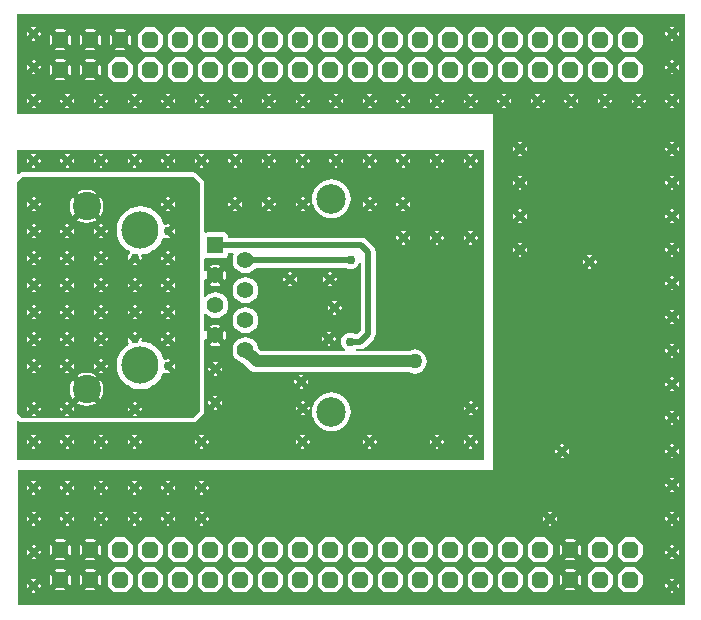
<source format=gbr>
G04 Layer_Physical_Order=2*
G04 Layer_Color=16711680*
%FSLAX26Y26*%
%MOIN*%
%TF.FileFunction,Copper,L2,Bot,Signal*%
%TF.Part,Single*%
G01*
G75*
%TA.AperFunction,Conductor*%
%ADD21C,0.020000*%
%TA.AperFunction,ComponentPad*%
%ADD25C,0.098425*%
%ADD26C,0.094488*%
%ADD27C,0.124016*%
%ADD28C,0.055118*%
%ADD29R,0.055118X0.055118*%
G04:AMPARAMS|DCode=30|XSize=53.37mil|YSize=53.37mil|CornerRadius=0mil|HoleSize=0mil|Usage=FLASHONLY|Rotation=270.000|XOffset=0mil|YOffset=0mil|HoleType=Round|Shape=Octagon|*
%AMOCTAGOND30*
4,1,8,-0.013342,-0.026685,0.013342,-0.026685,0.026685,-0.013342,0.026685,0.013342,0.013342,0.026685,-0.013342,0.026685,-0.026685,0.013342,-0.026685,-0.013342,-0.013342,-0.026685,0.0*
%
%ADD30OCTAGOND30*%

%TA.AperFunction,ViaPad*%
%ADD31C,0.030000*%
%ADD32C,0.050000*%
%TA.AperFunction,Conductor*%
%ADD33C,0.040000*%
G36*
X625000Y-577000D02*
Y-1069000D01*
Y-1337000D01*
X602000Y-1359999D01*
X32001Y-1360001D01*
X15293Y-1343293D01*
Y-574707D01*
X33000Y-557000D01*
X605000D01*
X625000Y-577000D01*
D02*
G37*
G36*
X1574000Y-1499000D02*
X15293D01*
Y-1371455D01*
X19913Y-1369542D01*
X21186Y-1370815D01*
X26148Y-1374131D01*
X32001Y-1375295D01*
X602000Y-1375293D01*
X607853Y-1374129D01*
X609721Y-1372881D01*
X612814Y-1370814D01*
X635814Y-1347815D01*
X639130Y-1342853D01*
X640294Y-1337000D01*
Y-1099930D01*
X645294Y-1098935D01*
X646678Y-1102277D01*
X663955Y-1085000D01*
X646678Y-1067723D01*
X645294Y-1071065D01*
X640294Y-1070070D01*
Y-1014149D01*
X645294Y-1012451D01*
X647521Y-1015353D01*
X656411Y-1022175D01*
X666764Y-1026464D01*
X677874Y-1027926D01*
X688984Y-1026464D01*
X699337Y-1022175D01*
X708227Y-1015353D01*
X715049Y-1006463D01*
X719338Y-996110D01*
X720800Y-985000D01*
X719338Y-973890D01*
X715049Y-963537D01*
X708227Y-954647D01*
X699337Y-947825D01*
X688984Y-943537D01*
X677874Y-942074D01*
X666764Y-943537D01*
X656411Y-947825D01*
X647521Y-954647D01*
X645294Y-957549D01*
X640294Y-955851D01*
Y-899930D01*
X645294Y-898935D01*
X646678Y-902277D01*
X663955Y-885000D01*
X646678Y-867723D01*
X645294Y-871065D01*
X640294Y-870070D01*
Y-829411D01*
X645294Y-826854D01*
X650315Y-827853D01*
X705433D01*
X711286Y-826689D01*
X716247Y-823373D01*
X719563Y-818412D01*
X720727Y-812559D01*
Y-810490D01*
X737213D01*
X739890Y-815490D01*
X736411Y-823890D01*
X734948Y-835000D01*
X736411Y-846110D01*
X740699Y-856463D01*
X747521Y-865353D01*
X756411Y-872175D01*
X766764Y-876463D01*
X777874Y-877926D01*
X788984Y-876463D01*
X799337Y-872175D01*
X808227Y-865353D01*
X811960Y-860490D01*
X1111938D01*
X1112871Y-861205D01*
X1120168Y-864228D01*
X1128000Y-865259D01*
X1135832Y-864228D01*
X1143129Y-861205D01*
X1149396Y-856396D01*
X1154205Y-850129D01*
X1156510Y-844564D01*
X1161510Y-845559D01*
Y-1068442D01*
X1149442Y-1080510D01*
X1143062D01*
X1142129Y-1079795D01*
X1134832Y-1076772D01*
X1127000Y-1075741D01*
X1119168Y-1076772D01*
X1111871Y-1079795D01*
X1105604Y-1084604D01*
X1100795Y-1090871D01*
X1097772Y-1098168D01*
X1096741Y-1106000D01*
X1097772Y-1113832D01*
X1100795Y-1121129D01*
X1105604Y-1127396D01*
X1111210Y-1131698D01*
X1111008Y-1134105D01*
X1109831Y-1136698D01*
X829497D01*
X819739Y-1126940D01*
X819338Y-1123890D01*
X815049Y-1113537D01*
X808227Y-1104647D01*
X799337Y-1097825D01*
X788984Y-1093536D01*
X777874Y-1092074D01*
X766764Y-1093536D01*
X756411Y-1097825D01*
X747521Y-1104647D01*
X740699Y-1113537D01*
X736411Y-1123890D01*
X734948Y-1135000D01*
X736411Y-1146110D01*
X740699Y-1156463D01*
X747521Y-1165353D01*
X756411Y-1172175D01*
X766764Y-1176464D01*
X769815Y-1176865D01*
X789912Y-1196962D01*
X797223Y-1202572D01*
X805737Y-1206099D01*
X814874Y-1207302D01*
X1322701D01*
X1331558Y-1210970D01*
X1342000Y-1212345D01*
X1352442Y-1210970D01*
X1362173Y-1206940D01*
X1370528Y-1200528D01*
X1376940Y-1192173D01*
X1380970Y-1182442D01*
X1382345Y-1172000D01*
X1380970Y-1161558D01*
X1376940Y-1151827D01*
X1370528Y-1143472D01*
X1362173Y-1137060D01*
X1352442Y-1133030D01*
X1342000Y-1131655D01*
X1331558Y-1133030D01*
X1322701Y-1136698D01*
X1149727D01*
X1147439Y-1133395D01*
X1147408Y-1131698D01*
X1147790Y-1131490D01*
X1160000D01*
X1169755Y-1129550D01*
X1178024Y-1124024D01*
X1205024Y-1097024D01*
X1210550Y-1088755D01*
X1212490Y-1079000D01*
Y-808000D01*
X1210550Y-798245D01*
X1205024Y-789976D01*
X1182024Y-766976D01*
X1173755Y-761451D01*
X1164000Y-759510D01*
X720727D01*
Y-757441D01*
X719563Y-751588D01*
X716247Y-746627D01*
X711286Y-743311D01*
X705433Y-742147D01*
X650315D01*
X645294Y-743146D01*
X640294Y-740589D01*
Y-577000D01*
X639130Y-571147D01*
X635814Y-566186D01*
X615814Y-546186D01*
X610853Y-542870D01*
X605000Y-541706D01*
X33000D01*
X27147Y-542870D01*
X22186Y-546186D01*
X19913Y-548458D01*
X15293Y-546545D01*
Y-466000D01*
X1574000D01*
Y-1499000D01*
D02*
G37*
G36*
X2242581Y-1984707D02*
X18000D01*
X18000Y-1534466D01*
X1603000Y-1533526D01*
X1603001Y-347000D01*
X15293Y-347000D01*
Y-15293D01*
X2242581D01*
Y-1984707D01*
D02*
G37*
%LPC*%
G36*
X247953Y-1209524D02*
X233564Y-1211419D01*
X220156Y-1216973D01*
X216518Y-1219764D01*
X247953Y-1251200D01*
X279388Y-1219765D01*
X275750Y-1216973D01*
X262341Y-1211419D01*
X247953Y-1209524D01*
D02*
G37*
G36*
X72000Y-1201919D02*
X64157Y-1209762D01*
X72000Y-1211322D01*
X79843Y-1209762D01*
X72000Y-1201919D01*
D02*
G37*
G36*
X184000D02*
X176157Y-1209762D01*
X184000Y-1211322D01*
X191843Y-1209762D01*
X184000Y-1201919D01*
D02*
G37*
G36*
X202599Y-1233684D02*
X199807Y-1237321D01*
X194253Y-1250729D01*
X192359Y-1265118D01*
X194253Y-1279507D01*
X199807Y-1292915D01*
X202599Y-1296554D01*
X234034Y-1265119D01*
X202599Y-1233684D01*
D02*
G37*
G36*
X293308Y-1233684D02*
X261873Y-1265119D01*
X293307Y-1296553D01*
X296098Y-1292915D01*
X301652Y-1279507D01*
X303546Y-1265118D01*
X301652Y-1250729D01*
X296098Y-1237321D01*
X293308Y-1233684D01*
D02*
G37*
G36*
X72000Y-1164678D02*
X64157Y-1166238D01*
X72000Y-1174081D01*
X79843Y-1166238D01*
X72000Y-1164678D01*
D02*
G37*
G36*
X184000D02*
X176157Y-1166238D01*
X184000Y-1174081D01*
X191843Y-1166238D01*
X184000Y-1164678D01*
D02*
G37*
G36*
X317762Y-1180157D02*
X309919Y-1188000D01*
X317762Y-1195843D01*
X319322Y-1188000D01*
X317762Y-1180157D01*
D02*
G37*
G36*
X541762D02*
X533919Y-1188000D01*
X541762Y-1195843D01*
X543322Y-1188000D01*
X541762Y-1180157D01*
D02*
G37*
G36*
X296000Y-1164678D02*
X288157Y-1166238D01*
X296000Y-1174081D01*
X303843Y-1166238D01*
X296000Y-1164678D01*
D02*
G37*
G36*
X386238Y-1090157D02*
X384678Y-1098000D01*
X386453Y-1106925D01*
X388748Y-1110360D01*
X387109Y-1116906D01*
X384949Y-1118060D01*
X383785Y-1119016D01*
X382456Y-1119726D01*
X372715Y-1127721D01*
X371759Y-1128885D01*
X370595Y-1129841D01*
X362600Y-1139582D01*
X361890Y-1140911D01*
X360934Y-1142075D01*
X354994Y-1153189D01*
X354556Y-1154631D01*
X353846Y-1155959D01*
X350188Y-1168019D01*
X350040Y-1169518D01*
X349603Y-1170959D01*
X348368Y-1183501D01*
X348442Y-1184256D01*
X348294Y-1185000D01*
X348442Y-1185744D01*
X348368Y-1186499D01*
X349603Y-1199041D01*
X350040Y-1200482D01*
X350188Y-1201981D01*
X353846Y-1214041D01*
X354556Y-1215370D01*
X354994Y-1216811D01*
X360934Y-1227925D01*
X361890Y-1229090D01*
X362600Y-1230418D01*
X370595Y-1240159D01*
X371759Y-1241115D01*
X372715Y-1242279D01*
X382456Y-1250274D01*
X383785Y-1250985D01*
X384949Y-1251940D01*
X396063Y-1257880D01*
X397505Y-1258318D01*
X398833Y-1259028D01*
X410893Y-1262686D01*
X412392Y-1262834D01*
X413834Y-1263271D01*
X426375Y-1264506D01*
X427874Y-1264359D01*
X429373Y-1264506D01*
X441915Y-1263271D01*
X443356Y-1262834D01*
X444855Y-1262686D01*
X456915Y-1259028D01*
X458244Y-1258318D01*
X459685Y-1257880D01*
X470799Y-1251940D01*
X471964Y-1250984D01*
X473292Y-1250274D01*
X483034Y-1242279D01*
X483989Y-1241115D01*
X485154Y-1240159D01*
X493148Y-1230418D01*
X493859Y-1229089D01*
X494814Y-1227925D01*
X500755Y-1216811D01*
X501192Y-1215369D01*
X501902Y-1214041D01*
X503363Y-1209224D01*
X508071Y-1207540D01*
X511075Y-1209547D01*
X520000Y-1211322D01*
X527843Y-1209762D01*
X513040Y-1194960D01*
X520000Y-1188000D01*
X513040Y-1181040D01*
X527843Y-1166238D01*
X520000Y-1164678D01*
X511075Y-1166453D01*
X510305Y-1166967D01*
X504578Y-1164781D01*
X501902Y-1155959D01*
X501192Y-1154630D01*
X500755Y-1153189D01*
X494814Y-1142075D01*
X493858Y-1140910D01*
X493148Y-1139582D01*
X485154Y-1129841D01*
X483989Y-1128885D01*
X483034Y-1127721D01*
X473292Y-1119726D01*
X471963Y-1119015D01*
X470799Y-1118060D01*
X459685Y-1112120D01*
X458243Y-1111682D01*
X456915Y-1110972D01*
X444855Y-1107314D01*
X443356Y-1107166D01*
X441915Y-1106729D01*
X433527Y-1105903D01*
X430549Y-1101887D01*
X431322Y-1098000D01*
X429762Y-1090157D01*
X414960Y-1104960D01*
X408000Y-1098000D01*
X401040Y-1104960D01*
X386238Y-1090157D01*
D02*
G37*
G36*
X296000Y-1201919D02*
X288157Y-1209762D01*
X296000Y-1211322D01*
X303843Y-1209762D01*
X296000Y-1201919D01*
D02*
G37*
G36*
X72000Y-1111919D02*
X64157Y-1119762D01*
X72000Y-1121322D01*
X79843Y-1119762D01*
X72000Y-1111919D01*
D02*
G37*
G36*
X93762Y-1180157D02*
X85919Y-1188000D01*
X93762Y-1195843D01*
X95322Y-1188000D01*
X93762Y-1180157D01*
D02*
G37*
G36*
X205762D02*
X197919Y-1188000D01*
X205762Y-1195843D01*
X207322Y-1188000D01*
X205762Y-1180157D01*
D02*
G37*
G36*
X50238D02*
X48678Y-1188000D01*
X50238Y-1195843D01*
X58081Y-1188000D01*
X50238Y-1180157D01*
D02*
G37*
G36*
X162238D02*
X160678Y-1188000D01*
X162238Y-1195843D01*
X170081Y-1188000D01*
X162238Y-1180157D01*
D02*
G37*
G36*
X274238D02*
X272678Y-1188000D01*
X274238Y-1195843D01*
X282081Y-1188000D01*
X274238Y-1180157D01*
D02*
G37*
G36*
X72000Y-1344919D02*
X64157Y-1352762D01*
X72000Y-1354322D01*
X79843Y-1352762D01*
X72000Y-1344919D01*
D02*
G37*
G36*
X429762Y-1323157D02*
X421919Y-1331000D01*
X429762Y-1338843D01*
X431322Y-1331000D01*
X429762Y-1323157D01*
D02*
G37*
G36*
X184000Y-1307678D02*
X176157Y-1309238D01*
X184000Y-1317081D01*
X191843Y-1309238D01*
X184000Y-1307678D01*
D02*
G37*
G36*
X408000D02*
X400157Y-1309238D01*
X408000Y-1317081D01*
X415843Y-1309238D01*
X408000Y-1307678D01*
D02*
G37*
G36*
X72000D02*
X64157Y-1309238D01*
X72000Y-1317081D01*
X79843Y-1309238D01*
X72000Y-1307678D01*
D02*
G37*
G36*
X247953Y-1279038D02*
X216519Y-1310473D01*
X220156Y-1313264D01*
X233564Y-1318818D01*
X247953Y-1320712D01*
X262341Y-1318818D01*
X275750Y-1313264D01*
X279387Y-1310472D01*
X247953Y-1279038D01*
D02*
G37*
G36*
X184000Y-1344919D02*
X176157Y-1352762D01*
X184000Y-1354322D01*
X191843Y-1352762D01*
X184000Y-1344919D01*
D02*
G37*
G36*
X408000D02*
X400157Y-1352762D01*
X408000Y-1354322D01*
X415843Y-1352762D01*
X408000Y-1344919D01*
D02*
G37*
G36*
X93762Y-1323157D02*
X85919Y-1331000D01*
X93762Y-1338843D01*
X95322Y-1331000D01*
X93762Y-1323157D01*
D02*
G37*
G36*
X205762D02*
X197919Y-1331000D01*
X205762Y-1338843D01*
X207322Y-1331000D01*
X205762Y-1323157D01*
D02*
G37*
G36*
X386238D02*
X384678Y-1331000D01*
X386238Y-1338843D01*
X394081Y-1331000D01*
X386238Y-1323157D01*
D02*
G37*
G36*
X50238D02*
X48678Y-1331000D01*
X50238Y-1338843D01*
X58081Y-1331000D01*
X50238Y-1323157D01*
D02*
G37*
G36*
X162238D02*
X160678Y-1331000D01*
X162238Y-1338843D01*
X170081Y-1331000D01*
X162238Y-1323157D01*
D02*
G37*
G36*
X184000Y-1111919D02*
X176157Y-1119762D01*
X184000Y-1121322D01*
X191843Y-1119762D01*
X184000Y-1111919D01*
D02*
G37*
G36*
Y-931919D02*
X176157Y-939762D01*
X184000Y-941322D01*
X191843Y-939762D01*
X184000Y-931919D01*
D02*
G37*
G36*
X296000D02*
X288157Y-939762D01*
X296000Y-941322D01*
X303843Y-939762D01*
X296000Y-931919D01*
D02*
G37*
G36*
X72000D02*
X64157Y-939762D01*
X72000Y-941322D01*
X79843Y-939762D01*
X72000Y-931919D01*
D02*
G37*
G36*
X50238Y-910157D02*
X48678Y-918000D01*
X50238Y-925843D01*
X58081Y-918000D01*
X50238Y-910157D01*
D02*
G37*
G36*
X162238D02*
X160678Y-918000D01*
X162238Y-925843D01*
X170081Y-918000D01*
X162238Y-910157D01*
D02*
G37*
G36*
X408000Y-931919D02*
X400157Y-939762D01*
X408000Y-941322D01*
X415843Y-939762D01*
X408000Y-931919D01*
D02*
G37*
G36*
X520000D02*
X512157Y-939762D01*
X520000Y-941322D01*
X527843Y-939762D01*
X520000Y-931919D01*
D02*
G37*
G36*
X429762Y-1000157D02*
X421919Y-1008000D01*
X429762Y-1015843D01*
X431322Y-1008000D01*
X429762Y-1000157D01*
D02*
G37*
G36*
X541762D02*
X533919Y-1008000D01*
X541762Y-1015843D01*
X543322Y-1008000D01*
X541762Y-1000157D01*
D02*
G37*
G36*
X408000Y-984678D02*
X400157Y-986238D01*
X408000Y-994081D01*
X415843Y-986238D01*
X408000Y-984678D01*
D02*
G37*
G36*
X520000D02*
X512157Y-986238D01*
X520000Y-994081D01*
X527843Y-986238D01*
X520000Y-984678D01*
D02*
G37*
G36*
X296000D02*
X288157Y-986238D01*
X296000Y-994081D01*
X303843Y-986238D01*
X296000Y-984678D01*
D02*
G37*
G36*
X72000D02*
X64157Y-986238D01*
X72000Y-994081D01*
X79843Y-986238D01*
X72000Y-984678D01*
D02*
G37*
G36*
X184000D02*
X176157Y-986238D01*
X184000Y-994081D01*
X191843Y-986238D01*
X184000Y-984678D01*
D02*
G37*
G36*
Y-894678D02*
X176157Y-896238D01*
X184000Y-904081D01*
X191843Y-896238D01*
X184000Y-894678D01*
D02*
G37*
G36*
X296000D02*
X288157Y-896238D01*
X296000Y-904081D01*
X303843Y-896238D01*
X296000Y-894678D01*
D02*
G37*
G36*
X72000D02*
X64157Y-896238D01*
X72000Y-904081D01*
X79843Y-896238D01*
X72000Y-894678D01*
D02*
G37*
G36*
X205762Y-910157D02*
X197919Y-918000D01*
X205762Y-925843D01*
X207322Y-918000D01*
X205762Y-910157D01*
D02*
G37*
G36*
X317762D02*
X309919Y-918000D01*
X317762Y-925843D01*
X319322Y-918000D01*
X317762Y-910157D01*
D02*
G37*
G36*
X498238D02*
X496678Y-918000D01*
X498238Y-925843D01*
X506081Y-918000D01*
X498238Y-910157D01*
D02*
G37*
G36*
X274238D02*
X272678Y-918000D01*
X274238Y-925843D01*
X282081Y-918000D01*
X274238Y-910157D01*
D02*
G37*
G36*
X386238D02*
X384678Y-918000D01*
X386238Y-925843D01*
X394081Y-918000D01*
X386238Y-910157D01*
D02*
G37*
G36*
X93762D02*
X85919Y-918000D01*
X93762Y-925843D01*
X95322Y-918000D01*
X93762Y-910157D01*
D02*
G37*
G36*
X429762D02*
X421919Y-918000D01*
X429762Y-925843D01*
X431322Y-918000D01*
X429762Y-910157D01*
D02*
G37*
G36*
X541762D02*
X533919Y-918000D01*
X541762Y-925843D01*
X543322Y-918000D01*
X541762Y-910157D01*
D02*
G37*
G36*
X317762Y-1090157D02*
X309919Y-1098000D01*
X317762Y-1105843D01*
X319322Y-1098000D01*
X317762Y-1090157D01*
D02*
G37*
G36*
X541762D02*
X533919Y-1098000D01*
X541762Y-1105843D01*
X543322Y-1098000D01*
X541762Y-1090157D01*
D02*
G37*
G36*
X408000Y-1074678D02*
X400157Y-1076238D01*
X408000Y-1084081D01*
X415843Y-1076238D01*
X408000Y-1074678D01*
D02*
G37*
G36*
X520000D02*
X512157Y-1076238D01*
X520000Y-1084081D01*
X527843Y-1076238D01*
X520000Y-1074678D01*
D02*
G37*
G36*
X296000D02*
X288157Y-1076238D01*
X296000Y-1084081D01*
X303843Y-1076238D01*
X296000Y-1074678D01*
D02*
G37*
G36*
X72000D02*
X64157Y-1076238D01*
X72000Y-1084081D01*
X79843Y-1076238D01*
X72000Y-1074678D01*
D02*
G37*
G36*
X184000D02*
X176157Y-1076238D01*
X184000Y-1084081D01*
X191843Y-1076238D01*
X184000Y-1074678D01*
D02*
G37*
G36*
X50238Y-1090157D02*
X48678Y-1098000D01*
X50238Y-1105843D01*
X58081Y-1098000D01*
X50238Y-1090157D01*
D02*
G37*
G36*
X296000Y-1111919D02*
X288157Y-1119762D01*
X296000Y-1121322D01*
X303843Y-1119762D01*
X296000Y-1111919D01*
D02*
G37*
G36*
X520000D02*
X512157Y-1119762D01*
X520000Y-1121322D01*
X527843Y-1119762D01*
X520000Y-1111919D01*
D02*
G37*
G36*
X93762Y-1090157D02*
X85919Y-1098000D01*
X93762Y-1105843D01*
X95322Y-1098000D01*
X93762Y-1090157D01*
D02*
G37*
G36*
X205762D02*
X197919Y-1098000D01*
X205762Y-1105843D01*
X207322Y-1098000D01*
X205762Y-1090157D01*
D02*
G37*
G36*
X498238D02*
X496678Y-1098000D01*
X498238Y-1105843D01*
X506081Y-1098000D01*
X498238Y-1090157D01*
D02*
G37*
G36*
X162238D02*
X160678Y-1098000D01*
X162238Y-1105843D01*
X170081Y-1098000D01*
X162238Y-1090157D01*
D02*
G37*
G36*
X274238D02*
X272678Y-1098000D01*
X274238Y-1105843D01*
X282081Y-1098000D01*
X274238Y-1090157D01*
D02*
G37*
G36*
X386238Y-1000157D02*
X384678Y-1008000D01*
X386238Y-1015843D01*
X394081Y-1008000D01*
X386238Y-1000157D01*
D02*
G37*
G36*
X498238D02*
X496678Y-1008000D01*
X498238Y-1015843D01*
X506081Y-1008000D01*
X498238Y-1000157D01*
D02*
G37*
G36*
X50238D02*
X48678Y-1008000D01*
X50238Y-1015843D01*
X58081Y-1008000D01*
X50238Y-1000157D01*
D02*
G37*
G36*
X520000Y-1021919D02*
X512157Y-1029762D01*
X520000Y-1031322D01*
X527843Y-1029762D01*
X520000Y-1021919D01*
D02*
G37*
G36*
X205762Y-1000157D02*
X197919Y-1008000D01*
X205762Y-1015843D01*
X207322Y-1008000D01*
X205762Y-1000157D01*
D02*
G37*
G36*
X317762D02*
X309919Y-1008000D01*
X317762Y-1015843D01*
X319322Y-1008000D01*
X317762Y-1000157D01*
D02*
G37*
G36*
X93762D02*
X85919Y-1008000D01*
X93762Y-1015843D01*
X95322Y-1008000D01*
X93762Y-1000157D01*
D02*
G37*
G36*
X162238D02*
X160678Y-1008000D01*
X162238Y-1015843D01*
X170081Y-1008000D01*
X162238Y-1000157D01*
D02*
G37*
G36*
X274238D02*
X272678Y-1008000D01*
X274238Y-1015843D01*
X282081Y-1008000D01*
X274238Y-1000157D01*
D02*
G37*
G36*
X296000Y-1021919D02*
X288157Y-1029762D01*
X296000Y-1031322D01*
X303843Y-1029762D01*
X296000Y-1021919D01*
D02*
G37*
G36*
X408000D02*
X400157Y-1029762D01*
X408000Y-1031322D01*
X415843Y-1029762D01*
X408000Y-1021919D01*
D02*
G37*
G36*
X184000D02*
X176157Y-1029762D01*
X184000Y-1031322D01*
X191843Y-1029762D01*
X184000Y-1021919D01*
D02*
G37*
G36*
X72000D02*
X64157Y-1029762D01*
X72000Y-1031322D01*
X79843Y-1029762D01*
X72000Y-1021919D01*
D02*
G37*
G36*
X93762Y-730157D02*
X85919Y-738000D01*
X93762Y-745843D01*
X95322Y-738000D01*
X93762Y-730157D01*
D02*
G37*
G36*
X205762D02*
X197919Y-738000D01*
X205762Y-745843D01*
X207322Y-738000D01*
X205762Y-730157D01*
D02*
G37*
G36*
X274238D02*
X272678Y-738000D01*
X274238Y-745843D01*
X282081Y-738000D01*
X274238Y-730157D01*
D02*
G37*
G36*
X50238D02*
X48678Y-738000D01*
X50238Y-745843D01*
X58081Y-738000D01*
X50238Y-730157D01*
D02*
G37*
G36*
X162238D02*
X160678Y-738000D01*
X162238Y-745843D01*
X170081Y-738000D01*
X162238Y-730157D01*
D02*
G37*
G36*
X184000Y-714678D02*
X176157Y-716238D01*
X184000Y-724081D01*
X191843Y-716238D01*
X184000Y-714678D01*
D02*
G37*
G36*
X296000D02*
X288157Y-716238D01*
X296000Y-724081D01*
X303843Y-716238D01*
X296000Y-714678D01*
D02*
G37*
G36*
X72000D02*
X64157Y-716238D01*
X72000Y-724081D01*
X79843Y-716238D01*
X72000Y-714678D01*
D02*
G37*
G36*
X317762Y-730157D02*
X309919Y-738000D01*
X317762Y-745843D01*
X319322Y-738000D01*
X317762Y-730157D01*
D02*
G37*
G36*
X541762D02*
X533919Y-738000D01*
X541762Y-745843D01*
X543322Y-738000D01*
X541762Y-730157D01*
D02*
G37*
G36*
X72000Y-751919D02*
X64157Y-759762D01*
X72000Y-761322D01*
X79843Y-759762D01*
X72000Y-751919D01*
D02*
G37*
G36*
X184000D02*
X176157Y-759762D01*
X184000Y-761322D01*
X191843Y-759762D01*
X184000Y-751919D01*
D02*
G37*
G36*
X296000D02*
X288157Y-759762D01*
X296000Y-761322D01*
X303843Y-759762D01*
X296000Y-751919D01*
D02*
G37*
G36*
X520000Y-661919D02*
X512157Y-669762D01*
X520000Y-671322D01*
X527843Y-669762D01*
X520000Y-661919D01*
D02*
G37*
G36*
X72000D02*
X64157Y-669762D01*
X72000Y-671322D01*
X79843Y-669762D01*
X72000Y-661919D01*
D02*
G37*
G36*
X247953Y-668802D02*
X216518Y-700236D01*
X220156Y-703028D01*
X233564Y-708581D01*
X247953Y-710476D01*
X262341Y-708581D01*
X275750Y-703028D01*
X279387Y-700236D01*
X247953Y-668802D01*
D02*
G37*
G36*
X293307Y-623447D02*
X261872Y-654882D01*
X293307Y-686317D01*
X296098Y-682679D01*
X301652Y-669271D01*
X303546Y-654882D01*
X301652Y-640493D01*
X296098Y-627085D01*
X293307Y-623447D01*
D02*
G37*
G36*
X202599Y-623447D02*
X199807Y-627085D01*
X194253Y-640493D01*
X192359Y-654882D01*
X194253Y-669271D01*
X199807Y-682679D01*
X202599Y-686317D01*
X234033Y-654882D01*
X202599Y-623447D01*
D02*
G37*
G36*
X520000Y-841919D02*
X512157Y-849762D01*
X520000Y-851322D01*
X527843Y-849762D01*
X520000Y-841919D01*
D02*
G37*
G36*
X296000D02*
X288157Y-849762D01*
X296000Y-851322D01*
X303843Y-849762D01*
X296000Y-841919D01*
D02*
G37*
G36*
X408000D02*
X400157Y-849762D01*
X408000Y-851322D01*
X415843Y-849762D01*
X408000Y-841919D01*
D02*
G37*
G36*
X274238Y-820157D02*
X272678Y-828000D01*
X274238Y-835843D01*
X282081Y-828000D01*
X274238Y-820157D01*
D02*
G37*
G36*
X93762D02*
X85919Y-828000D01*
X93762Y-835843D01*
X95322Y-828000D01*
X93762Y-820157D01*
D02*
G37*
G36*
X162238D02*
X160678Y-828000D01*
X162238Y-835843D01*
X170081Y-828000D01*
X162238Y-820157D01*
D02*
G37*
G36*
X498238D02*
X496678Y-828000D01*
X498238Y-835843D01*
X506081Y-828000D01*
X498238Y-820157D01*
D02*
G37*
G36*
X50238D02*
X48678Y-828000D01*
X50238Y-835843D01*
X58081Y-828000D01*
X50238Y-820157D01*
D02*
G37*
G36*
X408000Y-894678D02*
X400157Y-896238D01*
X408000Y-904081D01*
X415843Y-896238D01*
X408000Y-894678D01*
D02*
G37*
G36*
X520000D02*
X512157Y-896238D01*
X520000Y-904081D01*
X527843Y-896238D01*
X520000Y-894678D01*
D02*
G37*
G36*
X72000Y-841919D02*
X64157Y-849762D01*
X72000Y-851322D01*
X79843Y-849762D01*
X72000Y-841919D01*
D02*
G37*
G36*
X184000D02*
X176157Y-849762D01*
X184000Y-851322D01*
X191843Y-849762D01*
X184000Y-841919D01*
D02*
G37*
G36*
X541762Y-820157D02*
X533919Y-828000D01*
X541762Y-835843D01*
X543322Y-828000D01*
X541762Y-820157D01*
D02*
G37*
G36*
X205762D02*
X197919Y-828000D01*
X205762Y-835843D01*
X207322Y-828000D01*
X205762Y-820157D01*
D02*
G37*
G36*
X317762D02*
X309919Y-828000D01*
X317762Y-835843D01*
X319322Y-828000D01*
X317762Y-820157D01*
D02*
G37*
G36*
X296000Y-804678D02*
X288157Y-806238D01*
X296000Y-814081D01*
X303843Y-806238D01*
X296000Y-804678D01*
D02*
G37*
G36*
X520000D02*
X512157Y-806238D01*
X520000Y-814081D01*
X527843Y-806238D01*
X520000Y-804678D01*
D02*
G37*
G36*
X184000D02*
X176157Y-806238D01*
X184000Y-814081D01*
X191843Y-806238D01*
X184000Y-804678D01*
D02*
G37*
G36*
X72000D02*
X64157Y-806238D01*
X72000Y-814081D01*
X79843Y-806238D01*
X72000Y-804678D01*
D02*
G37*
G36*
X247953Y-599288D02*
X233564Y-601183D01*
X220156Y-606736D01*
X216518Y-609528D01*
X247953Y-640963D01*
X279388Y-609528D01*
X275750Y-606736D01*
X262341Y-601183D01*
X247953Y-599288D01*
D02*
G37*
G36*
X72000Y-624678D02*
X64157Y-626238D01*
X72000Y-634081D01*
X79843Y-626238D01*
X72000Y-624678D01*
D02*
G37*
G36*
X429373Y-655494D02*
X427874Y-655641D01*
X426375Y-655494D01*
X413834Y-656729D01*
X412392Y-657166D01*
X410893Y-657314D01*
X398833Y-660972D01*
X397505Y-661682D01*
X396063Y-662120D01*
X384949Y-668060D01*
X383785Y-669016D01*
X382456Y-669726D01*
X372715Y-677721D01*
X371759Y-678885D01*
X370595Y-679841D01*
X362600Y-689582D01*
X361890Y-690911D01*
X360934Y-692075D01*
X354994Y-703189D01*
X354556Y-704631D01*
X353846Y-705959D01*
X350188Y-718019D01*
X350040Y-719518D01*
X349603Y-720959D01*
X348368Y-733501D01*
X348442Y-734256D01*
X348294Y-735000D01*
X348442Y-735744D01*
X348368Y-736499D01*
X349603Y-749041D01*
X350040Y-750482D01*
X350188Y-751981D01*
X353846Y-764041D01*
X354556Y-765370D01*
X354994Y-766811D01*
X360934Y-777925D01*
X361890Y-779090D01*
X362600Y-780418D01*
X370595Y-790159D01*
X371759Y-791115D01*
X372715Y-792279D01*
X382456Y-800274D01*
X383785Y-800985D01*
X384949Y-801940D01*
X391550Y-805468D01*
X391836Y-811290D01*
X391509Y-811509D01*
X386453Y-819075D01*
X384678Y-828000D01*
X386238Y-835843D01*
X401040Y-821040D01*
X408000Y-828000D01*
X414960Y-821040D01*
X429762Y-835843D01*
X431322Y-828000D01*
X429613Y-819406D01*
X429649Y-818896D01*
X432314Y-814217D01*
X441915Y-813271D01*
X443356Y-812834D01*
X444855Y-812686D01*
X456915Y-809028D01*
X458244Y-808318D01*
X459685Y-807880D01*
X470799Y-801940D01*
X471964Y-800984D01*
X473292Y-800274D01*
X483034Y-792279D01*
X483989Y-791115D01*
X485154Y-790159D01*
X493148Y-780418D01*
X493859Y-779089D01*
X494814Y-777925D01*
X500755Y-766811D01*
X501192Y-765369D01*
X501902Y-764041D01*
X503363Y-759224D01*
X508071Y-757539D01*
X511075Y-759547D01*
X520000Y-761322D01*
X527843Y-759762D01*
X513040Y-744960D01*
X520000Y-738000D01*
X513040Y-731040D01*
X527843Y-716238D01*
X520000Y-714678D01*
X511075Y-716453D01*
X510305Y-716967D01*
X504578Y-714781D01*
X501902Y-705959D01*
X501192Y-704630D01*
X500755Y-703189D01*
X494814Y-692075D01*
X493858Y-690910D01*
X493148Y-689582D01*
X485154Y-679841D01*
X483989Y-678885D01*
X483034Y-677721D01*
X473292Y-669726D01*
X471963Y-669015D01*
X470799Y-668060D01*
X459685Y-662120D01*
X458243Y-661682D01*
X456915Y-660972D01*
X444855Y-657314D01*
X443356Y-657166D01*
X441915Y-656729D01*
X429373Y-655494D01*
D02*
G37*
G36*
X520000Y-624678D02*
X512157Y-626238D01*
X520000Y-634081D01*
X527843Y-626238D01*
X520000Y-624678D01*
D02*
G37*
G36*
X498238Y-640157D02*
X496678Y-648000D01*
X498238Y-655843D01*
X506081Y-648000D01*
X498238Y-640157D01*
D02*
G37*
G36*
X50238D02*
X48678Y-648000D01*
X50238Y-655843D01*
X58081Y-648000D01*
X50238Y-640157D01*
D02*
G37*
G36*
X541762D02*
X533919Y-648000D01*
X541762Y-655843D01*
X543322Y-648000D01*
X541762Y-640157D01*
D02*
G37*
G36*
X93762D02*
X85919Y-648000D01*
X93762Y-655843D01*
X95322Y-648000D01*
X93762Y-640157D01*
D02*
G37*
G36*
X942238Y-1231157D02*
X940678Y-1239000D01*
X942238Y-1246843D01*
X950081Y-1239000D01*
X942238Y-1231157D01*
D02*
G37*
G36*
X985762D02*
X977919Y-1239000D01*
X985762Y-1246843D01*
X987322Y-1239000D01*
X985762Y-1231157D01*
D02*
G37*
G36*
X964000Y-1215678D02*
X956157Y-1217238D01*
X964000Y-1225081D01*
X971843Y-1217238D01*
X964000Y-1215678D01*
D02*
G37*
G36*
X677875Y-1210920D02*
X670032Y-1218762D01*
X677875Y-1220322D01*
X685717Y-1218762D01*
X677875Y-1210920D01*
D02*
G37*
G36*
X1528000Y-1304678D02*
X1520157Y-1306238D01*
X1528000Y-1314081D01*
X1535843Y-1306238D01*
X1528000Y-1304678D01*
D02*
G37*
G36*
X968000D02*
X960157Y-1306238D01*
X968000Y-1314081D01*
X975843Y-1306238D01*
X968000Y-1304678D01*
D02*
G37*
G36*
X656112Y-1301158D02*
X654553Y-1309000D01*
X656112Y-1316843D01*
X663955Y-1309000D01*
X656112Y-1301158D01*
D02*
G37*
G36*
X699637D02*
X691794Y-1309000D01*
X699637Y-1316843D01*
X701197Y-1309000D01*
X699637Y-1301158D01*
D02*
G37*
G36*
X964000Y-1252919D02*
X956157Y-1260762D01*
X964000Y-1262322D01*
X971843Y-1260762D01*
X964000Y-1252919D01*
D02*
G37*
G36*
X677875Y-1285678D02*
X670032Y-1287238D01*
X677875Y-1295081D01*
X685717Y-1287238D01*
X677875Y-1285678D01*
D02*
G37*
G36*
Y-1173678D02*
X670032Y-1175238D01*
X677875Y-1183081D01*
X685717Y-1175238D01*
X677875Y-1173678D01*
D02*
G37*
G36*
X656112Y-1189158D02*
X654553Y-1197000D01*
X656112Y-1204843D01*
X663955Y-1197000D01*
X656112Y-1189158D01*
D02*
G37*
G36*
X699637D02*
X691794Y-1197000D01*
X699637Y-1204843D01*
X701197Y-1197000D01*
X699637Y-1189158D01*
D02*
G37*
G36*
X1416000Y-1416678D02*
X1408157Y-1418238D01*
X1416000Y-1426081D01*
X1423843Y-1418238D01*
X1416000Y-1416678D01*
D02*
G37*
G36*
X1528000D02*
X1520157Y-1418238D01*
X1528000Y-1426081D01*
X1535843Y-1418238D01*
X1528000Y-1416678D01*
D02*
G37*
G36*
X1192000D02*
X1184157Y-1418238D01*
X1192000Y-1426081D01*
X1199843Y-1418238D01*
X1192000Y-1416678D01*
D02*
G37*
G36*
X632000D02*
X624157Y-1418238D01*
X632000Y-1426081D01*
X639843Y-1418238D01*
X632000Y-1416678D01*
D02*
G37*
G36*
X968000D02*
X960157Y-1418238D01*
X968000Y-1426081D01*
X975843Y-1418238D01*
X968000Y-1416678D01*
D02*
G37*
G36*
X1064252Y-1275477D02*
X1051664Y-1276716D01*
X1039560Y-1280388D01*
X1028405Y-1286351D01*
X1018627Y-1294375D01*
X1010603Y-1304153D01*
X1004640Y-1315308D01*
X1000968Y-1327412D01*
X999729Y-1340000D01*
X1000968Y-1352588D01*
X1004640Y-1364692D01*
X1010603Y-1375847D01*
X1018627Y-1385625D01*
X1028405Y-1393649D01*
X1039560Y-1399612D01*
X1051664Y-1403284D01*
X1064252Y-1404523D01*
X1076840Y-1403284D01*
X1088944Y-1399612D01*
X1100099Y-1393649D01*
X1109877Y-1385625D01*
X1117901Y-1375847D01*
X1123864Y-1364692D01*
X1127535Y-1352588D01*
X1128775Y-1340000D01*
X1127535Y-1327412D01*
X1123864Y-1315308D01*
X1117901Y-1304153D01*
X1109877Y-1294375D01*
X1100099Y-1286351D01*
X1088944Y-1280388D01*
X1076840Y-1276716D01*
X1064252Y-1275477D01*
D02*
G37*
G36*
X429762Y-1432157D02*
X421919Y-1440000D01*
X429762Y-1447843D01*
X431322Y-1440000D01*
X429762Y-1432157D01*
D02*
G37*
G36*
X653762D02*
X645919Y-1440000D01*
X653762Y-1447843D01*
X655322Y-1440000D01*
X653762Y-1432157D01*
D02*
G37*
G36*
X1549762D02*
X1541919Y-1440000D01*
X1549762Y-1447843D01*
X1551322Y-1440000D01*
X1549762Y-1432157D01*
D02*
G37*
G36*
X1213762D02*
X1205919Y-1440000D01*
X1213762Y-1447843D01*
X1215322Y-1440000D01*
X1213762Y-1432157D01*
D02*
G37*
G36*
X1437762D02*
X1429919Y-1440000D01*
X1437762Y-1447843D01*
X1439322Y-1440000D01*
X1437762Y-1432157D01*
D02*
G37*
G36*
X296000Y-1416678D02*
X288157Y-1418238D01*
X296000Y-1426081D01*
X303843Y-1418238D01*
X296000Y-1416678D01*
D02*
G37*
G36*
X408000D02*
X400157Y-1418238D01*
X408000Y-1426081D01*
X415843Y-1418238D01*
X408000Y-1416678D01*
D02*
G37*
G36*
X184000D02*
X176157Y-1418238D01*
X184000Y-1426081D01*
X191843Y-1418238D01*
X184000Y-1416678D01*
D02*
G37*
G36*
X989762Y-1432157D02*
X981919Y-1440000D01*
X989762Y-1447843D01*
X991322Y-1440000D01*
X989762Y-1432157D01*
D02*
G37*
G36*
X72000Y-1416678D02*
X64157Y-1418238D01*
X72000Y-1426081D01*
X79843Y-1418238D01*
X72000Y-1416678D01*
D02*
G37*
G36*
X1549762Y-1320157D02*
X1541919Y-1328000D01*
X1549762Y-1335843D01*
X1551322Y-1328000D01*
X1549762Y-1320157D01*
D02*
G37*
G36*
X989762D02*
X981919Y-1328000D01*
X989762Y-1335843D01*
X991322Y-1328000D01*
X989762Y-1320157D01*
D02*
G37*
G36*
X1506238D02*
X1504678Y-1328000D01*
X1506238Y-1335843D01*
X1514081Y-1328000D01*
X1506238Y-1320157D01*
D02*
G37*
G36*
X946238D02*
X944678Y-1328000D01*
X946238Y-1335843D01*
X954081Y-1328000D01*
X946238Y-1320157D01*
D02*
G37*
G36*
X677875Y-1322920D02*
X670032Y-1330762D01*
X677875Y-1332322D01*
X685717Y-1330762D01*
X677875Y-1322920D01*
D02*
G37*
G36*
X1528000Y-1341919D02*
X1520157Y-1349762D01*
X1528000Y-1351322D01*
X1535843Y-1349762D01*
X1528000Y-1341919D01*
D02*
G37*
G36*
X968000D02*
X960157Y-1349762D01*
X968000Y-1351322D01*
X975843Y-1349762D01*
X968000Y-1341919D01*
D02*
G37*
G36*
X1075000Y-969678D02*
X1067157Y-971238D01*
X1075000Y-979081D01*
X1082843Y-971238D01*
X1075000Y-969678D01*
D02*
G37*
G36*
X777874Y-892074D02*
X766764Y-893537D01*
X756411Y-897825D01*
X747521Y-904647D01*
X740699Y-913537D01*
X736411Y-923890D01*
X734948Y-935000D01*
X736411Y-946110D01*
X740699Y-956463D01*
X747521Y-965353D01*
X756411Y-972175D01*
X766764Y-976463D01*
X777874Y-977926D01*
X788984Y-976463D01*
X799337Y-972175D01*
X808227Y-965353D01*
X815049Y-956463D01*
X819338Y-946110D01*
X820800Y-935000D01*
X819338Y-923890D01*
X815049Y-913537D01*
X808227Y-904647D01*
X799337Y-897825D01*
X788984Y-893537D01*
X777874Y-892074D01*
D02*
G37*
G36*
X1053238Y-985157D02*
X1051678Y-993000D01*
X1053238Y-1000843D01*
X1061081Y-993000D01*
X1053238Y-985157D01*
D02*
G37*
G36*
X1096762D02*
X1088919Y-993000D01*
X1096762Y-1000843D01*
X1098322Y-993000D01*
X1096762Y-985157D01*
D02*
G37*
G36*
X905238Y-890157D02*
X903678Y-898000D01*
X905238Y-905843D01*
X913081Y-898000D01*
X905238Y-890157D01*
D02*
G37*
G36*
X1037238D02*
X1035678Y-898000D01*
X1037238Y-905843D01*
X1045081Y-898000D01*
X1037238Y-890157D01*
D02*
G37*
G36*
X677875Y-898920D02*
X660598Y-916196D01*
X668624Y-919521D01*
X677874Y-920739D01*
X687124Y-919521D01*
X695151Y-916196D01*
X677875Y-898920D01*
D02*
G37*
G36*
X948762Y-890157D02*
X940919Y-898000D01*
X948762Y-905843D01*
X950322Y-898000D01*
X948762Y-890157D01*
D02*
G37*
G36*
X1080762D02*
X1072919Y-898000D01*
X1080762Y-905843D01*
X1082322Y-898000D01*
X1080762Y-890157D01*
D02*
G37*
G36*
X927000Y-911919D02*
X919157Y-919762D01*
X927000Y-921322D01*
X934843Y-919762D01*
X927000Y-911919D01*
D02*
G37*
G36*
X1059000D02*
X1051157Y-919762D01*
X1059000Y-921322D01*
X1066843Y-919762D01*
X1059000Y-911919D01*
D02*
G37*
G36*
X1077762Y-1088157D02*
X1069919Y-1096000D01*
X1077762Y-1103843D01*
X1079322Y-1096000D01*
X1077762Y-1088157D01*
D02*
G37*
G36*
X709070Y-1067724D02*
X691794Y-1085000D01*
X709070Y-1102276D01*
X712395Y-1094250D01*
X713613Y-1085000D01*
X712395Y-1075750D01*
X709070Y-1067724D01*
D02*
G37*
G36*
X1034238Y-1088157D02*
X1032678Y-1096000D01*
X1034238Y-1103843D01*
X1042081Y-1096000D01*
X1034238Y-1088157D01*
D02*
G37*
G36*
X1056000Y-1109919D02*
X1048157Y-1117762D01*
X1056000Y-1119322D01*
X1063843Y-1117762D01*
X1056000Y-1109919D01*
D02*
G37*
G36*
X677875Y-1098920D02*
X660598Y-1116196D01*
X668624Y-1119521D01*
X677874Y-1120739D01*
X687124Y-1119521D01*
X695151Y-1116196D01*
X677875Y-1098920D01*
D02*
G37*
G36*
X1075000Y-1006919D02*
X1067157Y-1014762D01*
X1075000Y-1016322D01*
X1082843Y-1014762D01*
X1075000Y-1006919D01*
D02*
G37*
G36*
X677874Y-1049261D02*
X668624Y-1050479D01*
X660597Y-1053804D01*
X677875Y-1071081D01*
X695151Y-1053804D01*
X687124Y-1050479D01*
X677874Y-1049261D01*
D02*
G37*
G36*
X1056000Y-1072678D02*
X1048157Y-1074238D01*
X1056000Y-1082081D01*
X1063843Y-1074238D01*
X1056000Y-1072678D01*
D02*
G37*
G36*
X777874Y-992074D02*
X766764Y-993537D01*
X756411Y-997825D01*
X747521Y-1004647D01*
X740699Y-1013537D01*
X736411Y-1023890D01*
X734948Y-1035000D01*
X736411Y-1046110D01*
X740699Y-1056463D01*
X747521Y-1065353D01*
X756411Y-1072175D01*
X766764Y-1076464D01*
X777874Y-1077926D01*
X788984Y-1076464D01*
X799337Y-1072175D01*
X808227Y-1065353D01*
X815049Y-1056463D01*
X819338Y-1046110D01*
X820800Y-1035000D01*
X819338Y-1023890D01*
X815049Y-1013537D01*
X808227Y-1004647D01*
X799337Y-997825D01*
X788984Y-993537D01*
X777874Y-992074D01*
D02*
G37*
G36*
X317762Y-1432157D02*
X309919Y-1440000D01*
X317762Y-1447843D01*
X319322Y-1440000D01*
X317762Y-1432157D01*
D02*
G37*
G36*
X72000Y-1453919D02*
X64157Y-1461762D01*
X72000Y-1463322D01*
X79843Y-1461762D01*
X72000Y-1453919D01*
D02*
G37*
G36*
X184000D02*
X176157Y-1461762D01*
X184000Y-1463322D01*
X191843Y-1461762D01*
X184000Y-1453919D01*
D02*
G37*
G36*
X1394238Y-1432157D02*
X1392678Y-1440000D01*
X1394238Y-1447843D01*
X1402081Y-1440000D01*
X1394238Y-1432157D01*
D02*
G37*
G36*
X1506238D02*
X1504678Y-1440000D01*
X1506238Y-1447843D01*
X1514081Y-1440000D01*
X1506238Y-1432157D01*
D02*
G37*
G36*
X946238D02*
X944678Y-1440000D01*
X946238Y-1447843D01*
X954081Y-1440000D01*
X946238Y-1432157D01*
D02*
G37*
G36*
X386238D02*
X384678Y-1440000D01*
X386238Y-1447843D01*
X394081Y-1440000D01*
X386238Y-1432157D01*
D02*
G37*
G36*
X610238D02*
X608678Y-1440000D01*
X610238Y-1447843D01*
X618081Y-1440000D01*
X610238Y-1432157D01*
D02*
G37*
G36*
X93762D02*
X85919Y-1440000D01*
X93762Y-1447843D01*
X95322Y-1440000D01*
X93762Y-1432157D01*
D02*
G37*
G36*
X205762D02*
X197919Y-1440000D01*
X205762Y-1447843D01*
X207322Y-1440000D01*
X205762Y-1432157D01*
D02*
G37*
G36*
X1170238D02*
X1168678Y-1440000D01*
X1170238Y-1447843D01*
X1178081Y-1440000D01*
X1170238Y-1432157D01*
D02*
G37*
G36*
X50238D02*
X48678Y-1440000D01*
X50238Y-1447843D01*
X58081Y-1440000D01*
X50238Y-1432157D01*
D02*
G37*
G36*
X162238D02*
X160678Y-1440000D01*
X162238Y-1447843D01*
X170081Y-1440000D01*
X162238Y-1432157D01*
D02*
G37*
G36*
X968000Y-1453919D02*
X960157Y-1461762D01*
X968000Y-1463322D01*
X975843Y-1461762D01*
X968000Y-1453919D01*
D02*
G37*
G36*
X1192000D02*
X1184157Y-1461762D01*
X1192000Y-1463322D01*
X1199843Y-1461762D01*
X1192000Y-1453919D01*
D02*
G37*
G36*
X632000D02*
X624157Y-1461762D01*
X632000Y-1463322D01*
X639843Y-1461762D01*
X632000Y-1453919D01*
D02*
G37*
G36*
X296000D02*
X288157Y-1461762D01*
X296000Y-1463322D01*
X303843Y-1461762D01*
X296000Y-1453919D01*
D02*
G37*
G36*
X408000D02*
X400157Y-1461762D01*
X408000Y-1463322D01*
X415843Y-1461762D01*
X408000Y-1453919D01*
D02*
G37*
G36*
X274238Y-1432157D02*
X272678Y-1440000D01*
X274238Y-1447843D01*
X282081Y-1440000D01*
X274238Y-1432157D01*
D02*
G37*
G36*
X1416000Y-1453919D02*
X1408157Y-1461762D01*
X1416000Y-1463322D01*
X1423843Y-1461762D01*
X1416000Y-1453919D01*
D02*
G37*
G36*
X1528000D02*
X1520157Y-1461762D01*
X1528000Y-1463322D01*
X1535843Y-1461762D01*
X1528000Y-1453919D01*
D02*
G37*
G36*
Y-479678D02*
X1520157Y-481238D01*
X1528000Y-489081D01*
X1535843Y-481238D01*
X1528000Y-479678D01*
D02*
G37*
G36*
X1416000D02*
X1408157Y-481238D01*
X1416000Y-489081D01*
X1423843Y-481238D01*
X1416000Y-479678D01*
D02*
G37*
G36*
X1192000D02*
X1184157Y-481238D01*
X1192000Y-489081D01*
X1199843Y-481238D01*
X1192000Y-479678D01*
D02*
G37*
G36*
X1304000D02*
X1296157Y-481238D01*
X1304000Y-489081D01*
X1311843Y-481238D01*
X1304000Y-479678D01*
D02*
G37*
G36*
X1549762Y-752157D02*
X1541919Y-760000D01*
X1549762Y-767843D01*
X1551322Y-760000D01*
X1549762Y-752157D01*
D02*
G37*
G36*
X1437762D02*
X1429919Y-760000D01*
X1437762Y-767843D01*
X1439322Y-760000D01*
X1437762Y-752157D01*
D02*
G37*
G36*
X1506238D02*
X1504678Y-760000D01*
X1506238Y-767843D01*
X1514081Y-760000D01*
X1506238Y-752157D01*
D02*
G37*
G36*
X1325762D02*
X1317919Y-760000D01*
X1325762Y-767843D01*
X1327322Y-760000D01*
X1325762Y-752157D01*
D02*
G37*
G36*
X1416000Y-736678D02*
X1408157Y-738238D01*
X1416000Y-746081D01*
X1423843Y-738238D01*
X1416000Y-736678D01*
D02*
G37*
G36*
X1528000D02*
X1520157Y-738238D01*
X1528000Y-746081D01*
X1535843Y-738238D01*
X1528000Y-736678D01*
D02*
G37*
G36*
X1304000D02*
X1296157Y-738238D01*
X1304000Y-746081D01*
X1311843Y-738238D01*
X1304000Y-736678D01*
D02*
G37*
G36*
X744000Y-661919D02*
X736157Y-669762D01*
X744000Y-671322D01*
X751843Y-669762D01*
X744000Y-661919D01*
D02*
G37*
G36*
X1304000D02*
X1296157Y-669762D01*
X1304000Y-671322D01*
X1311843Y-669762D01*
X1304000Y-661919D01*
D02*
G37*
G36*
X722238Y-640157D02*
X720678Y-648000D01*
X722238Y-655843D01*
X730081Y-648000D01*
X722238Y-640157D01*
D02*
G37*
G36*
X1192000Y-661919D02*
X1184157Y-669762D01*
X1192000Y-671322D01*
X1199843Y-669762D01*
X1192000Y-661919D01*
D02*
G37*
G36*
X856000D02*
X848157Y-669762D01*
X856000Y-671322D01*
X863843Y-669762D01*
X856000Y-661919D01*
D02*
G37*
G36*
X968000D02*
X960157Y-669762D01*
X968000Y-671322D01*
X975843Y-669762D01*
X968000Y-661919D01*
D02*
G37*
G36*
X1064252Y-565477D02*
X1051664Y-566716D01*
X1039560Y-570388D01*
X1028405Y-576351D01*
X1018627Y-584375D01*
X1010603Y-594153D01*
X1004640Y-605308D01*
X1000968Y-617412D01*
X999729Y-630000D01*
X1000968Y-642588D01*
X1004640Y-654692D01*
X1010603Y-665847D01*
X1018627Y-675625D01*
X1028405Y-683649D01*
X1039560Y-689612D01*
X1051664Y-693284D01*
X1064252Y-694523D01*
X1076840Y-693284D01*
X1088944Y-689612D01*
X1100099Y-683649D01*
X1109877Y-675625D01*
X1117901Y-665847D01*
X1123864Y-654692D01*
X1127535Y-642588D01*
X1128775Y-630000D01*
X1127535Y-617412D01*
X1123864Y-605308D01*
X1117901Y-594153D01*
X1109877Y-584375D01*
X1100099Y-576351D01*
X1088944Y-570388D01*
X1076840Y-566716D01*
X1064252Y-565477D01*
D02*
G37*
G36*
X1394238Y-752157D02*
X1392678Y-760000D01*
X1394238Y-767843D01*
X1402081Y-760000D01*
X1394238Y-752157D01*
D02*
G37*
G36*
X1059000Y-874678D02*
X1051157Y-876238D01*
X1059000Y-884081D01*
X1066843Y-876238D01*
X1059000Y-874678D01*
D02*
G37*
G36*
X709070Y-867724D02*
X691794Y-885000D01*
X709070Y-902277D01*
X712395Y-894250D01*
X713613Y-885000D01*
X712395Y-875750D01*
X709070Y-867724D01*
D02*
G37*
G36*
X927000Y-874678D02*
X919157Y-876238D01*
X927000Y-884081D01*
X934843Y-876238D01*
X927000Y-874678D01*
D02*
G37*
G36*
X677874Y-849261D02*
X668624Y-850479D01*
X660597Y-853804D01*
X677875Y-871081D01*
X695151Y-853804D01*
X687124Y-850479D01*
X677874Y-849261D01*
D02*
G37*
G36*
X1528000Y-773919D02*
X1520157Y-781762D01*
X1528000Y-783322D01*
X1535843Y-781762D01*
X1528000Y-773919D01*
D02*
G37*
G36*
X1282238Y-752157D02*
X1280678Y-760000D01*
X1282238Y-767843D01*
X1290081Y-760000D01*
X1282238Y-752157D01*
D02*
G37*
G36*
X1416000Y-773919D02*
X1408157Y-781762D01*
X1416000Y-783322D01*
X1423843Y-781762D01*
X1416000Y-773919D01*
D02*
G37*
G36*
X1304000D02*
X1296157Y-781762D01*
X1304000Y-783322D01*
X1311843Y-781762D01*
X1304000Y-773919D01*
D02*
G37*
G36*
X834238Y-640157D02*
X832678Y-648000D01*
X834238Y-655843D01*
X842081Y-648000D01*
X834238Y-640157D01*
D02*
G37*
G36*
Y-495157D02*
X832678Y-503000D01*
X834238Y-510843D01*
X842081Y-503000D01*
X834238Y-495157D01*
D02*
G37*
G36*
X1170238D02*
X1168678Y-503000D01*
X1170238Y-510843D01*
X1178081Y-503000D01*
X1170238Y-495157D01*
D02*
G37*
G36*
X498238D02*
X496678Y-503000D01*
X498238Y-510843D01*
X506081Y-503000D01*
X498238Y-495157D01*
D02*
G37*
G36*
X162238D02*
X160678Y-503000D01*
X162238Y-510843D01*
X170081Y-503000D01*
X162238Y-495157D01*
D02*
G37*
G36*
X386238D02*
X384678Y-503000D01*
X386238Y-510843D01*
X394081Y-503000D01*
X386238Y-495157D01*
D02*
G37*
G36*
X317762D02*
X309919Y-503000D01*
X317762Y-510843D01*
X319322Y-503000D01*
X317762Y-495157D01*
D02*
G37*
G36*
X429762D02*
X421919Y-503000D01*
X429762Y-510843D01*
X431322Y-503000D01*
X429762Y-495157D01*
D02*
G37*
G36*
X205762D02*
X197919Y-503000D01*
X205762Y-510843D01*
X207322Y-503000D01*
X205762Y-495157D01*
D02*
G37*
G36*
X1394238D02*
X1392678Y-503000D01*
X1394238Y-510843D01*
X1402081Y-503000D01*
X1394238Y-495157D01*
D02*
G37*
G36*
X93762D02*
X85919Y-503000D01*
X93762Y-510843D01*
X95322Y-503000D01*
X93762Y-495157D01*
D02*
G37*
G36*
X610238D02*
X608678Y-503000D01*
X610238Y-510843D01*
X618081Y-503000D01*
X610238Y-495157D01*
D02*
G37*
G36*
X722238D02*
X720678Y-503000D01*
X722238Y-510843D01*
X730081Y-503000D01*
X722238Y-495157D01*
D02*
G37*
G36*
X274238D02*
X272678Y-503000D01*
X274238Y-510843D01*
X282081Y-503000D01*
X274238Y-495157D01*
D02*
G37*
G36*
X1416000Y-516919D02*
X1408157Y-524762D01*
X1416000Y-526322D01*
X1423843Y-524762D01*
X1416000Y-516919D01*
D02*
G37*
G36*
X1528000D02*
X1520157Y-524762D01*
X1528000Y-526322D01*
X1535843Y-524762D01*
X1528000Y-516919D01*
D02*
G37*
G36*
X1506238Y-495157D02*
X1504678Y-503000D01*
X1506238Y-510843D01*
X1514081Y-503000D01*
X1506238Y-495157D01*
D02*
G37*
G36*
X50238D02*
X48678Y-503000D01*
X50238Y-510843D01*
X58081Y-503000D01*
X50238Y-495157D01*
D02*
G37*
G36*
X1282238D02*
X1280678Y-503000D01*
X1282238Y-510843D01*
X1290081Y-503000D01*
X1282238Y-495157D01*
D02*
G37*
G36*
X946238D02*
X944678Y-503000D01*
X946238Y-510843D01*
X954081Y-503000D01*
X946238Y-495157D01*
D02*
G37*
G36*
X1058238D02*
X1056678Y-503000D01*
X1058238Y-510843D01*
X1066081Y-503000D01*
X1058238Y-495157D01*
D02*
G37*
G36*
X408000Y-479678D02*
X400157Y-481238D01*
X408000Y-489081D01*
X415843Y-481238D01*
X408000Y-479678D01*
D02*
G37*
G36*
X520000D02*
X512157Y-481238D01*
X520000Y-489081D01*
X527843Y-481238D01*
X520000Y-479678D01*
D02*
G37*
G36*
X296000D02*
X288157Y-481238D01*
X296000Y-489081D01*
X303843Y-481238D01*
X296000Y-479678D01*
D02*
G37*
G36*
X72000D02*
X64157Y-481238D01*
X72000Y-489081D01*
X79843Y-481238D01*
X72000Y-479678D01*
D02*
G37*
G36*
X184000D02*
X176157Y-481238D01*
X184000Y-489081D01*
X191843Y-481238D01*
X184000Y-479678D01*
D02*
G37*
G36*
X968000D02*
X960157Y-481238D01*
X968000Y-489081D01*
X975843Y-481238D01*
X968000Y-479678D01*
D02*
G37*
G36*
X1080000D02*
X1072157Y-481238D01*
X1080000Y-489081D01*
X1087843Y-481238D01*
X1080000Y-479678D01*
D02*
G37*
G36*
X856000D02*
X848157Y-481238D01*
X856000Y-489081D01*
X863843Y-481238D01*
X856000Y-479678D01*
D02*
G37*
G36*
X632000D02*
X624157Y-481238D01*
X632000Y-489081D01*
X639843Y-481238D01*
X632000Y-479678D01*
D02*
G37*
G36*
X744000D02*
X736157Y-481238D01*
X744000Y-489081D01*
X751843Y-481238D01*
X744000Y-479678D01*
D02*
G37*
G36*
X877762Y-495157D02*
X869919Y-503000D01*
X877762Y-510843D01*
X879322Y-503000D01*
X877762Y-495157D01*
D02*
G37*
G36*
X1101762D02*
X1093919Y-503000D01*
X1101762Y-510843D01*
X1103322Y-503000D01*
X1101762Y-495157D01*
D02*
G37*
G36*
X765762D02*
X757919Y-503000D01*
X765762Y-510843D01*
X767322Y-503000D01*
X765762Y-495157D01*
D02*
G37*
G36*
X541762D02*
X533919Y-503000D01*
X541762Y-510843D01*
X543322Y-503000D01*
X541762Y-495157D01*
D02*
G37*
G36*
X653762D02*
X645919Y-503000D01*
X653762Y-510843D01*
X655322Y-503000D01*
X653762Y-495157D01*
D02*
G37*
G36*
X989762D02*
X981919Y-503000D01*
X989762Y-510843D01*
X991322Y-503000D01*
X989762Y-495157D01*
D02*
G37*
G36*
X1325762D02*
X1317919Y-503000D01*
X1325762Y-510843D01*
X1327322Y-503000D01*
X1325762Y-495157D01*
D02*
G37*
G36*
X1549762D02*
X1541919Y-503000D01*
X1549762Y-510843D01*
X1551322Y-503000D01*
X1549762Y-495157D01*
D02*
G37*
G36*
X1213762D02*
X1205919Y-503000D01*
X1213762Y-510843D01*
X1215322Y-503000D01*
X1213762Y-495157D01*
D02*
G37*
G36*
X1437762D02*
X1429919Y-503000D01*
X1437762Y-510843D01*
X1439322Y-503000D01*
X1437762Y-495157D01*
D02*
G37*
G36*
X1304000Y-516919D02*
X1296157Y-524762D01*
X1304000Y-526322D01*
X1311843Y-524762D01*
X1304000Y-516919D01*
D02*
G37*
G36*
X877762Y-640157D02*
X869919Y-648000D01*
X877762Y-655843D01*
X879322Y-648000D01*
X877762Y-640157D01*
D02*
G37*
G36*
X1325762D02*
X1317919Y-648000D01*
X1325762Y-655843D01*
X1327322Y-648000D01*
X1325762Y-640157D01*
D02*
G37*
G36*
X968000Y-624678D02*
X960157Y-626238D01*
X968000Y-634081D01*
X975843Y-626238D01*
X968000Y-624678D01*
D02*
G37*
G36*
X1192000D02*
X1184157Y-626238D01*
X1192000Y-634081D01*
X1199843Y-626238D01*
X1192000Y-624678D01*
D02*
G37*
G36*
X856000D02*
X848157Y-626238D01*
X856000Y-634081D01*
X863843Y-626238D01*
X856000Y-624678D01*
D02*
G37*
G36*
X744000D02*
X736157Y-626238D01*
X744000Y-634081D01*
X751843Y-626238D01*
X744000Y-624678D01*
D02*
G37*
G36*
X946238Y-640157D02*
X944678Y-648000D01*
X946238Y-655843D01*
X954081Y-648000D01*
X946238Y-640157D01*
D02*
G37*
G36*
X1170238D02*
X1168678Y-648000D01*
X1170238Y-655843D01*
X1178081Y-648000D01*
X1170238Y-640157D01*
D02*
G37*
G36*
X1282238D02*
X1280678Y-648000D01*
X1282238Y-655843D01*
X1290081Y-648000D01*
X1282238Y-640157D01*
D02*
G37*
G36*
X765762D02*
X757919Y-648000D01*
X765762Y-655843D01*
X767322Y-648000D01*
X765762Y-640157D01*
D02*
G37*
G36*
X989762D02*
X981919Y-648000D01*
X989762Y-655843D01*
X991322Y-648000D01*
X989762Y-640157D01*
D02*
G37*
G36*
X1213762D02*
X1205919Y-648000D01*
X1213762Y-655843D01*
X1215322Y-648000D01*
X1213762Y-640157D01*
D02*
G37*
G36*
X520000Y-516919D02*
X512157Y-524762D01*
X520000Y-526322D01*
X527843Y-524762D01*
X520000Y-516919D01*
D02*
G37*
G36*
X632000D02*
X624157Y-524762D01*
X632000Y-526322D01*
X639843Y-524762D01*
X632000Y-516919D01*
D02*
G37*
G36*
X408000D02*
X400157Y-524762D01*
X408000Y-526322D01*
X415843Y-524762D01*
X408000Y-516919D01*
D02*
G37*
G36*
X184000D02*
X176157Y-524762D01*
X184000Y-526322D01*
X191843Y-524762D01*
X184000Y-516919D01*
D02*
G37*
G36*
X296000D02*
X288157Y-524762D01*
X296000Y-526322D01*
X303843Y-524762D01*
X296000Y-516919D01*
D02*
G37*
G36*
X1080000D02*
X1072157Y-524762D01*
X1080000Y-526322D01*
X1087843Y-524762D01*
X1080000Y-516919D01*
D02*
G37*
G36*
X1192000D02*
X1184157Y-524762D01*
X1192000Y-526322D01*
X1199843Y-524762D01*
X1192000Y-516919D01*
D02*
G37*
G36*
X968000D02*
X960157Y-524762D01*
X968000Y-526322D01*
X975843Y-524762D01*
X968000Y-516919D01*
D02*
G37*
G36*
X744000D02*
X736157Y-524762D01*
X744000Y-526322D01*
X751843Y-524762D01*
X744000Y-516919D01*
D02*
G37*
G36*
X856000D02*
X848157Y-524762D01*
X856000Y-526322D01*
X863843Y-524762D01*
X856000Y-516919D01*
D02*
G37*
G36*
X1304000Y-624678D02*
X1296157Y-626238D01*
X1304000Y-634081D01*
X1311843Y-626238D01*
X1304000Y-624678D01*
D02*
G37*
G36*
X72000Y-516919D02*
X64157Y-524762D01*
X72000Y-526322D01*
X79843Y-524762D01*
X72000Y-516919D01*
D02*
G37*
G36*
X2221762Y-1240157D02*
X2213919Y-1248000D01*
X2221762Y-1255843D01*
X2223322Y-1248000D01*
X2221762Y-1240157D01*
D02*
G37*
G36*
X2200000Y-1224678D02*
X2192157Y-1226238D01*
X2200000Y-1234081D01*
X2207843Y-1226238D01*
X2200000Y-1224678D01*
D02*
G37*
G36*
X2178238Y-1240157D02*
X2176678Y-1248000D01*
X2178238Y-1255843D01*
X2186081Y-1248000D01*
X2178238Y-1240157D01*
D02*
G37*
G36*
X2200000Y-1261919D02*
X2192157Y-1269762D01*
X2200000Y-1271322D01*
X2207843Y-1269762D01*
X2200000Y-1261919D01*
D02*
G37*
G36*
X2221762Y-1128157D02*
X2213919Y-1136000D01*
X2221762Y-1143843D01*
X2223322Y-1136000D01*
X2221762Y-1128157D01*
D02*
G37*
G36*
X2200000Y-1112678D02*
X2192157Y-1114238D01*
X2200000Y-1122081D01*
X2207843Y-1114238D01*
X2200000Y-1112678D01*
D02*
G37*
G36*
X2178238Y-1128157D02*
X2176678Y-1136000D01*
X2178238Y-1143843D01*
X2186081Y-1136000D01*
X2178238Y-1128157D01*
D02*
G37*
G36*
X2200000Y-1149919D02*
X2192157Y-1157762D01*
X2200000Y-1159322D01*
X2207843Y-1157762D01*
X2200000Y-1149919D01*
D02*
G37*
G36*
X2221762Y-1352157D02*
X2213919Y-1360000D01*
X2221762Y-1367843D01*
X2223322Y-1360000D01*
X2221762Y-1352157D01*
D02*
G37*
G36*
X2178238D02*
X2176678Y-1360000D01*
X2178238Y-1367843D01*
X2186081Y-1360000D01*
X2178238Y-1352157D01*
D02*
G37*
G36*
X2200000Y-1373919D02*
X2192157Y-1381762D01*
X2200000Y-1383322D01*
X2207843Y-1381762D01*
X2200000Y-1373919D01*
D02*
G37*
G36*
Y-1336678D02*
X2192157Y-1338238D01*
X2200000Y-1346081D01*
X2207843Y-1338238D01*
X2200000Y-1336678D01*
D02*
G37*
G36*
Y-925919D02*
X2192157Y-933762D01*
X2200000Y-935322D01*
X2207843Y-933762D01*
X2200000Y-925919D01*
D02*
G37*
G36*
Y-1000678D02*
X2192157Y-1002238D01*
X2200000Y-1010081D01*
X2207843Y-1002238D01*
X2200000Y-1000678D01*
D02*
G37*
G36*
X2221762Y-904157D02*
X2213919Y-912000D01*
X2221762Y-919843D01*
X2223322Y-912000D01*
X2221762Y-904157D01*
D02*
G37*
G36*
X2178238D02*
X2176678Y-912000D01*
X2178238Y-919843D01*
X2186081Y-912000D01*
X2178238Y-904157D01*
D02*
G37*
G36*
X2200000Y-1037919D02*
X2192157Y-1045762D01*
X2200000Y-1047322D01*
X2207843Y-1045762D01*
X2200000Y-1037919D01*
D02*
G37*
G36*
X2178238Y-1016157D02*
X2176678Y-1024000D01*
X2178238Y-1031843D01*
X2186081Y-1024000D01*
X2178238Y-1016157D01*
D02*
G37*
G36*
X2221762D02*
X2213919Y-1024000D01*
X2221762Y-1031843D01*
X2223322Y-1024000D01*
X2221762Y-1016157D01*
D02*
G37*
G36*
X160000Y-1813920D02*
X141327Y-1832593D01*
X143585Y-1834102D01*
X146658Y-1834713D01*
X173342D01*
X176415Y-1834102D01*
X178673Y-1832593D01*
X160000Y-1813920D01*
D02*
G37*
G36*
X260000D02*
X241327Y-1832593D01*
X243585Y-1834102D01*
X246658Y-1834713D01*
X273342D01*
X276415Y-1834102D01*
X278673Y-1832593D01*
X260000Y-1813920D01*
D02*
G37*
G36*
X2073342Y-1758021D02*
X2046658D01*
X2040805Y-1759186D01*
X2035843Y-1762501D01*
X2022501Y-1775843D01*
X2019186Y-1780805D01*
X2018021Y-1786658D01*
Y-1813342D01*
X2019186Y-1819195D01*
X2022501Y-1824157D01*
X2035843Y-1837499D01*
X2040805Y-1840814D01*
X2046658Y-1841979D01*
X2073342D01*
X2079195Y-1840814D01*
X2084157Y-1837499D01*
X2097499Y-1824157D01*
X2100814Y-1819195D01*
X2101979Y-1813342D01*
Y-1786658D01*
X2100814Y-1780805D01*
X2097499Y-1775843D01*
X2084157Y-1762501D01*
X2079195Y-1759186D01*
X2073342Y-1758021D01*
D02*
G37*
G36*
X1773342D02*
X1746658D01*
X1740805Y-1759186D01*
X1735843Y-1762501D01*
X1722501Y-1775843D01*
X1719186Y-1780805D01*
X1718021Y-1786658D01*
Y-1813342D01*
X1719186Y-1819195D01*
X1722501Y-1824157D01*
X1735843Y-1837499D01*
X1740805Y-1840814D01*
X1746658Y-1841979D01*
X1773342D01*
X1779195Y-1840814D01*
X1784157Y-1837499D01*
X1797499Y-1824157D01*
X1800814Y-1819195D01*
X1801979Y-1813342D01*
Y-1786658D01*
X1800814Y-1780805D01*
X1797499Y-1775843D01*
X1784157Y-1762501D01*
X1779195Y-1759186D01*
X1773342Y-1758021D01*
D02*
G37*
G36*
X1973342D02*
X1946658D01*
X1940805Y-1759186D01*
X1935843Y-1762501D01*
X1922501Y-1775843D01*
X1919186Y-1780805D01*
X1918021Y-1786658D01*
Y-1813342D01*
X1919186Y-1819195D01*
X1922501Y-1824157D01*
X1935843Y-1837499D01*
X1940805Y-1840814D01*
X1946658Y-1841979D01*
X1973342D01*
X1979195Y-1840814D01*
X1984157Y-1837499D01*
X1997499Y-1824157D01*
X2000814Y-1819195D01*
X2001979Y-1813342D01*
Y-1786658D01*
X2000814Y-1780805D01*
X1997499Y-1775843D01*
X1984157Y-1762501D01*
X1979195Y-1759186D01*
X1973342Y-1758021D01*
D02*
G37*
G36*
X227407Y-1781327D02*
X225898Y-1783585D01*
X225287Y-1786658D01*
Y-1813342D01*
X225898Y-1816415D01*
X227407Y-1818674D01*
X246081Y-1800001D01*
X227407Y-1781327D01*
D02*
G37*
G36*
X127407D02*
X125898Y-1783585D01*
X125287Y-1786658D01*
Y-1813342D01*
X125898Y-1816415D01*
X127407Y-1818674D01*
X146081Y-1800001D01*
X127407Y-1781327D01*
D02*
G37*
G36*
X2200000Y-1821919D02*
X2192157Y-1829762D01*
X2200000Y-1831322D01*
X2207843Y-1829762D01*
X2200000Y-1821919D01*
D02*
G37*
G36*
X1860000Y-1813920D02*
X1841327Y-1832593D01*
X1843585Y-1834102D01*
X1846658Y-1834713D01*
X1873342D01*
X1876415Y-1834102D01*
X1878673Y-1832593D01*
X1860000Y-1813920D01*
D02*
G37*
G36*
X72000Y-1821919D02*
X64157Y-1829762D01*
X72000Y-1831322D01*
X79843Y-1829762D01*
X72000Y-1821919D01*
D02*
G37*
G36*
X1073342Y-1758021D02*
X1046658D01*
X1040805Y-1759186D01*
X1035843Y-1762501D01*
X1022501Y-1775843D01*
X1019186Y-1780805D01*
X1018021Y-1786658D01*
Y-1813342D01*
X1019186Y-1819195D01*
X1022501Y-1824157D01*
X1035843Y-1837499D01*
X1040805Y-1840814D01*
X1046658Y-1841979D01*
X1073342D01*
X1079195Y-1840814D01*
X1084157Y-1837499D01*
X1097499Y-1824157D01*
X1100814Y-1819195D01*
X1101979Y-1813342D01*
Y-1786658D01*
X1100814Y-1780805D01*
X1097499Y-1775843D01*
X1084157Y-1762501D01*
X1079195Y-1759186D01*
X1073342Y-1758021D01*
D02*
G37*
G36*
X1173342D02*
X1146658D01*
X1140805Y-1759186D01*
X1135843Y-1762501D01*
X1122501Y-1775843D01*
X1119186Y-1780805D01*
X1118021Y-1786658D01*
Y-1813342D01*
X1119186Y-1819195D01*
X1122501Y-1824157D01*
X1135843Y-1837499D01*
X1140805Y-1840814D01*
X1146658Y-1841979D01*
X1173342D01*
X1179195Y-1840814D01*
X1184157Y-1837499D01*
X1197499Y-1824157D01*
X1200814Y-1819195D01*
X1201979Y-1813342D01*
Y-1786658D01*
X1200814Y-1780805D01*
X1197499Y-1775843D01*
X1184157Y-1762501D01*
X1179195Y-1759186D01*
X1173342Y-1758021D01*
D02*
G37*
G36*
X973342D02*
X946658D01*
X940805Y-1759186D01*
X935843Y-1762501D01*
X922501Y-1775843D01*
X919186Y-1780805D01*
X918021Y-1786658D01*
Y-1813342D01*
X919186Y-1819195D01*
X922501Y-1824157D01*
X935843Y-1837499D01*
X940805Y-1840814D01*
X946658Y-1841979D01*
X973342D01*
X979195Y-1840814D01*
X984157Y-1837499D01*
X997499Y-1824157D01*
X1000814Y-1819195D01*
X1001979Y-1813342D01*
Y-1786658D01*
X1000814Y-1780805D01*
X997499Y-1775843D01*
X984157Y-1762501D01*
X979195Y-1759186D01*
X973342Y-1758021D01*
D02*
G37*
G36*
X773342D02*
X746658D01*
X740805Y-1759186D01*
X735843Y-1762501D01*
X722501Y-1775843D01*
X719186Y-1780805D01*
X718021Y-1786658D01*
Y-1813342D01*
X719186Y-1819195D01*
X722501Y-1824157D01*
X735843Y-1837499D01*
X740805Y-1840814D01*
X746658Y-1841979D01*
X773342D01*
X779195Y-1840814D01*
X784157Y-1837499D01*
X797499Y-1824157D01*
X800814Y-1819195D01*
X801979Y-1813342D01*
Y-1786658D01*
X800814Y-1780805D01*
X797499Y-1775843D01*
X784157Y-1762501D01*
X779195Y-1759186D01*
X773342Y-1758021D01*
D02*
G37*
G36*
X873342D02*
X846658D01*
X840805Y-1759186D01*
X835843Y-1762501D01*
X822501Y-1775843D01*
X819186Y-1780805D01*
X818021Y-1786658D01*
Y-1813342D01*
X819186Y-1819195D01*
X822501Y-1824157D01*
X835843Y-1837499D01*
X840805Y-1840814D01*
X846658Y-1841979D01*
X873342D01*
X879195Y-1840814D01*
X884157Y-1837499D01*
X897499Y-1824157D01*
X900814Y-1819195D01*
X901979Y-1813342D01*
Y-1786658D01*
X900814Y-1780805D01*
X897499Y-1775843D01*
X884157Y-1762501D01*
X879195Y-1759186D01*
X873342Y-1758021D01*
D02*
G37*
G36*
X1573342D02*
X1546658D01*
X1540805Y-1759186D01*
X1535843Y-1762501D01*
X1522501Y-1775843D01*
X1519186Y-1780805D01*
X1518021Y-1786658D01*
Y-1813342D01*
X1519186Y-1819195D01*
X1522501Y-1824157D01*
X1535843Y-1837499D01*
X1540805Y-1840814D01*
X1546658Y-1841979D01*
X1573342D01*
X1579195Y-1840814D01*
X1584157Y-1837499D01*
X1597499Y-1824157D01*
X1600814Y-1819195D01*
X1601979Y-1813342D01*
Y-1786658D01*
X1600814Y-1780805D01*
X1597499Y-1775843D01*
X1584157Y-1762501D01*
X1579195Y-1759186D01*
X1573342Y-1758021D01*
D02*
G37*
G36*
X1673342D02*
X1646658D01*
X1640805Y-1759186D01*
X1635843Y-1762501D01*
X1622501Y-1775843D01*
X1619186Y-1780805D01*
X1618021Y-1786658D01*
Y-1813342D01*
X1619186Y-1819195D01*
X1622501Y-1824157D01*
X1635843Y-1837499D01*
X1640805Y-1840814D01*
X1646658Y-1841979D01*
X1673342D01*
X1679195Y-1840814D01*
X1684157Y-1837499D01*
X1697499Y-1824157D01*
X1700814Y-1819195D01*
X1701979Y-1813342D01*
Y-1786658D01*
X1700814Y-1780805D01*
X1697499Y-1775843D01*
X1684157Y-1762501D01*
X1679195Y-1759186D01*
X1673342Y-1758021D01*
D02*
G37*
G36*
X1473342D02*
X1446658D01*
X1440805Y-1759186D01*
X1435843Y-1762501D01*
X1422501Y-1775843D01*
X1419186Y-1780805D01*
X1418021Y-1786658D01*
Y-1813342D01*
X1419186Y-1819195D01*
X1422501Y-1824157D01*
X1435843Y-1837499D01*
X1440805Y-1840814D01*
X1446658Y-1841979D01*
X1473342D01*
X1479195Y-1840814D01*
X1484157Y-1837499D01*
X1497499Y-1824157D01*
X1500814Y-1819195D01*
X1501979Y-1813342D01*
Y-1786658D01*
X1500814Y-1780805D01*
X1497499Y-1775843D01*
X1484157Y-1762501D01*
X1479195Y-1759186D01*
X1473342Y-1758021D01*
D02*
G37*
G36*
X1273342D02*
X1246658D01*
X1240805Y-1759186D01*
X1235843Y-1762501D01*
X1222501Y-1775843D01*
X1219186Y-1780805D01*
X1218021Y-1786658D01*
Y-1813342D01*
X1219186Y-1819195D01*
X1222501Y-1824157D01*
X1235843Y-1837499D01*
X1240805Y-1840814D01*
X1246658Y-1841979D01*
X1273342D01*
X1279195Y-1840814D01*
X1284157Y-1837499D01*
X1297499Y-1824157D01*
X1300814Y-1819195D01*
X1301979Y-1813342D01*
Y-1786658D01*
X1300814Y-1780805D01*
X1297499Y-1775843D01*
X1284157Y-1762501D01*
X1279195Y-1759186D01*
X1273342Y-1758021D01*
D02*
G37*
G36*
X1373342D02*
X1346658D01*
X1340805Y-1759186D01*
X1335843Y-1762501D01*
X1322501Y-1775843D01*
X1319186Y-1780805D01*
X1318021Y-1786658D01*
Y-1813342D01*
X1319186Y-1819195D01*
X1322501Y-1824157D01*
X1335843Y-1837499D01*
X1340805Y-1840814D01*
X1346658Y-1841979D01*
X1373342D01*
X1379195Y-1840814D01*
X1384157Y-1837499D01*
X1397499Y-1824157D01*
X1400814Y-1819195D01*
X1401979Y-1813342D01*
Y-1786658D01*
X1400814Y-1780805D01*
X1397499Y-1775843D01*
X1384157Y-1762501D01*
X1379195Y-1759186D01*
X1373342Y-1758021D01*
D02*
G37*
G36*
X72000Y-1709919D02*
X64157Y-1717762D01*
X72000Y-1719322D01*
X79843Y-1717762D01*
X72000Y-1709919D01*
D02*
G37*
G36*
X184000D02*
X176157Y-1717762D01*
X184000Y-1719322D01*
X191843Y-1717762D01*
X184000Y-1709919D01*
D02*
G37*
G36*
X1873342Y-1765287D02*
X1846658D01*
X1843585Y-1765898D01*
X1841326Y-1767407D01*
X1860000Y-1786081D01*
X1878674Y-1767408D01*
X1876415Y-1765898D01*
X1873342Y-1765287D01*
D02*
G37*
G36*
X173342D02*
X146658D01*
X143585Y-1765898D01*
X141326Y-1767407D01*
X160000Y-1786081D01*
X178674Y-1767408D01*
X176415Y-1765898D01*
X173342Y-1765287D01*
D02*
G37*
G36*
X273342D02*
X246658D01*
X243585Y-1765898D01*
X241326Y-1767407D01*
X260000Y-1786081D01*
X278674Y-1767408D01*
X276415Y-1765898D01*
X273342Y-1765287D01*
D02*
G37*
G36*
X632000Y-1709919D02*
X624157Y-1717762D01*
X632000Y-1719322D01*
X639843Y-1717762D01*
X632000Y-1709919D01*
D02*
G37*
G36*
X1793000D02*
X1785157Y-1717762D01*
X1793000Y-1719322D01*
X1800843Y-1717762D01*
X1793000Y-1709919D01*
D02*
G37*
G36*
X520000D02*
X512157Y-1717762D01*
X520000Y-1719322D01*
X527843Y-1717762D01*
X520000Y-1709919D01*
D02*
G37*
G36*
X296000D02*
X288157Y-1717762D01*
X296000Y-1719322D01*
X303843Y-1717762D01*
X296000Y-1709919D01*
D02*
G37*
G36*
X408000D02*
X400157Y-1717762D01*
X408000Y-1719322D01*
X415843Y-1717762D01*
X408000Y-1709919D01*
D02*
G37*
G36*
X292593Y-1781327D02*
X273920Y-1800001D01*
X292593Y-1818674D01*
X294102Y-1816415D01*
X294713Y-1813342D01*
Y-1786658D01*
X294102Y-1783585D01*
X292593Y-1781327D01*
D02*
G37*
G36*
X50238Y-1800157D02*
X48678Y-1808000D01*
X50238Y-1815843D01*
X58081Y-1808000D01*
X50238Y-1800157D01*
D02*
G37*
G36*
X1892593Y-1781327D02*
X1873920Y-1800001D01*
X1892593Y-1818674D01*
X1894102Y-1816415D01*
X1894713Y-1813342D01*
Y-1786658D01*
X1894102Y-1783585D01*
X1892593Y-1781327D01*
D02*
G37*
G36*
X1827407Y-1781327D02*
X1825898Y-1783585D01*
X1825287Y-1786658D01*
Y-1813342D01*
X1825898Y-1816415D01*
X1827408Y-1818674D01*
X1846081Y-1800001D01*
X1827407Y-1781327D01*
D02*
G37*
G36*
X192593Y-1781327D02*
X173920Y-1800001D01*
X192593Y-1818674D01*
X194102Y-1816415D01*
X194713Y-1813342D01*
Y-1786658D01*
X194102Y-1783585D01*
X192593Y-1781327D01*
D02*
G37*
G36*
X72000Y-1784678D02*
X64157Y-1786238D01*
X72000Y-1794081D01*
X79843Y-1786238D01*
X72000Y-1784678D01*
D02*
G37*
G36*
X2200000D02*
X2192157Y-1786238D01*
X2200000Y-1794081D01*
X2207843Y-1786238D01*
X2200000Y-1784678D01*
D02*
G37*
G36*
X2221762Y-1800157D02*
X2213919Y-1808000D01*
X2221762Y-1815843D01*
X2223322Y-1808000D01*
X2221762Y-1800157D01*
D02*
G37*
G36*
X2178238D02*
X2176678Y-1808000D01*
X2178238Y-1815843D01*
X2186081Y-1808000D01*
X2178238Y-1800157D01*
D02*
G37*
G36*
X93762D02*
X85919Y-1808000D01*
X93762Y-1815843D01*
X95322Y-1808000D01*
X93762Y-1800157D01*
D02*
G37*
G36*
X673342Y-1758021D02*
X646658D01*
X640805Y-1759186D01*
X635843Y-1762501D01*
X622501Y-1775843D01*
X619186Y-1780805D01*
X618021Y-1786658D01*
Y-1813342D01*
X619186Y-1819195D01*
X622501Y-1824157D01*
X635843Y-1837499D01*
X640805Y-1840814D01*
X646658Y-1841979D01*
X673342D01*
X679195Y-1840814D01*
X684157Y-1837499D01*
X697499Y-1824157D01*
X700814Y-1819195D01*
X701979Y-1813342D01*
Y-1786658D01*
X700814Y-1780805D01*
X697499Y-1775843D01*
X684157Y-1762501D01*
X679195Y-1759186D01*
X673342Y-1758021D01*
D02*
G37*
G36*
X1473342Y-1858021D02*
X1446658D01*
X1440805Y-1859186D01*
X1435843Y-1862501D01*
X1422501Y-1875843D01*
X1419186Y-1880805D01*
X1418021Y-1886658D01*
Y-1913342D01*
X1419186Y-1919195D01*
X1422501Y-1924157D01*
X1435843Y-1937499D01*
X1440805Y-1940814D01*
X1446658Y-1941979D01*
X1473342D01*
X1479195Y-1940814D01*
X1484157Y-1937499D01*
X1497499Y-1924157D01*
X1500814Y-1919195D01*
X1501979Y-1913342D01*
Y-1886658D01*
X1500814Y-1880805D01*
X1497499Y-1875843D01*
X1484157Y-1862501D01*
X1479195Y-1859186D01*
X1473342Y-1858021D01*
D02*
G37*
G36*
X1573342D02*
X1546658D01*
X1540805Y-1859186D01*
X1535843Y-1862501D01*
X1522501Y-1875843D01*
X1519186Y-1880805D01*
X1518021Y-1886658D01*
Y-1913342D01*
X1519186Y-1919195D01*
X1522501Y-1924157D01*
X1535843Y-1937499D01*
X1540805Y-1940814D01*
X1546658Y-1941979D01*
X1573342D01*
X1579195Y-1940814D01*
X1584157Y-1937499D01*
X1597499Y-1924157D01*
X1600814Y-1919195D01*
X1601979Y-1913342D01*
Y-1886658D01*
X1600814Y-1880805D01*
X1597499Y-1875843D01*
X1584157Y-1862501D01*
X1579195Y-1859186D01*
X1573342Y-1858021D01*
D02*
G37*
G36*
X1373342D02*
X1346658D01*
X1340805Y-1859186D01*
X1335843Y-1862501D01*
X1322501Y-1875843D01*
X1319186Y-1880805D01*
X1318021Y-1886658D01*
Y-1913342D01*
X1319186Y-1919195D01*
X1322501Y-1924157D01*
X1335843Y-1937499D01*
X1340805Y-1940814D01*
X1346658Y-1941979D01*
X1373342D01*
X1379195Y-1940814D01*
X1384157Y-1937499D01*
X1397499Y-1924157D01*
X1400814Y-1919195D01*
X1401979Y-1913342D01*
Y-1886658D01*
X1400814Y-1880805D01*
X1397499Y-1875843D01*
X1384157Y-1862501D01*
X1379195Y-1859186D01*
X1373342Y-1858021D01*
D02*
G37*
G36*
X1173342D02*
X1146658D01*
X1140805Y-1859186D01*
X1135843Y-1862501D01*
X1122501Y-1875843D01*
X1119186Y-1880805D01*
X1118021Y-1886658D01*
Y-1913342D01*
X1119186Y-1919195D01*
X1122501Y-1924157D01*
X1135843Y-1937499D01*
X1140805Y-1940814D01*
X1146658Y-1941979D01*
X1173342D01*
X1179195Y-1940814D01*
X1184157Y-1937499D01*
X1197499Y-1924157D01*
X1200814Y-1919195D01*
X1201979Y-1913342D01*
Y-1886658D01*
X1200814Y-1880805D01*
X1197499Y-1875843D01*
X1184157Y-1862501D01*
X1179195Y-1859186D01*
X1173342Y-1858021D01*
D02*
G37*
G36*
X1273342D02*
X1246658D01*
X1240805Y-1859186D01*
X1235843Y-1862501D01*
X1222501Y-1875843D01*
X1219186Y-1880805D01*
X1218021Y-1886658D01*
Y-1913342D01*
X1219186Y-1919195D01*
X1222501Y-1924157D01*
X1235843Y-1937499D01*
X1240805Y-1940814D01*
X1246658Y-1941979D01*
X1273342D01*
X1279195Y-1940814D01*
X1284157Y-1937499D01*
X1297499Y-1924157D01*
X1300814Y-1919195D01*
X1301979Y-1913342D01*
Y-1886658D01*
X1300814Y-1880805D01*
X1297499Y-1875843D01*
X1284157Y-1862501D01*
X1279195Y-1859186D01*
X1273342Y-1858021D01*
D02*
G37*
G36*
X2073342D02*
X2046658D01*
X2040805Y-1859186D01*
X2035843Y-1862501D01*
X2022501Y-1875843D01*
X2019186Y-1880805D01*
X2018021Y-1886658D01*
Y-1913342D01*
X2019186Y-1919195D01*
X2022501Y-1924157D01*
X2035843Y-1937499D01*
X2040805Y-1940814D01*
X2046658Y-1941979D01*
X2073342D01*
X2079195Y-1940814D01*
X2084157Y-1937499D01*
X2097499Y-1924157D01*
X2100814Y-1919195D01*
X2101979Y-1913342D01*
Y-1886658D01*
X2100814Y-1880805D01*
X2097499Y-1875843D01*
X2084157Y-1862501D01*
X2079195Y-1859186D01*
X2073342Y-1858021D01*
D02*
G37*
G36*
X160000Y-1913920D02*
X141327Y-1932593D01*
X143585Y-1934102D01*
X146658Y-1934713D01*
X173342D01*
X176415Y-1934102D01*
X178673Y-1932593D01*
X160000Y-1913920D01*
D02*
G37*
G36*
X1973342Y-1858021D02*
X1946658D01*
X1940805Y-1859186D01*
X1935843Y-1862501D01*
X1922501Y-1875843D01*
X1919186Y-1880805D01*
X1918021Y-1886658D01*
Y-1913342D01*
X1919186Y-1919195D01*
X1922501Y-1924157D01*
X1935843Y-1937499D01*
X1940805Y-1940814D01*
X1946658Y-1941979D01*
X1973342D01*
X1979195Y-1940814D01*
X1984157Y-1937499D01*
X1997499Y-1924157D01*
X2000814Y-1919195D01*
X2001979Y-1913342D01*
Y-1886658D01*
X2000814Y-1880805D01*
X1997499Y-1875843D01*
X1984157Y-1862501D01*
X1979195Y-1859186D01*
X1973342Y-1858021D01*
D02*
G37*
G36*
X1673342D02*
X1646658D01*
X1640805Y-1859186D01*
X1635843Y-1862501D01*
X1622501Y-1875843D01*
X1619186Y-1880805D01*
X1618021Y-1886658D01*
Y-1913342D01*
X1619186Y-1919195D01*
X1622501Y-1924157D01*
X1635843Y-1937499D01*
X1640805Y-1940814D01*
X1646658Y-1941979D01*
X1673342D01*
X1679195Y-1940814D01*
X1684157Y-1937499D01*
X1697499Y-1924157D01*
X1700814Y-1919195D01*
X1701979Y-1913342D01*
Y-1886658D01*
X1700814Y-1880805D01*
X1697499Y-1875843D01*
X1684157Y-1862501D01*
X1679195Y-1859186D01*
X1673342Y-1858021D01*
D02*
G37*
G36*
X1773342D02*
X1746658D01*
X1740805Y-1859186D01*
X1735843Y-1862501D01*
X1722501Y-1875843D01*
X1719186Y-1880805D01*
X1718021Y-1886658D01*
Y-1913342D01*
X1719186Y-1919195D01*
X1722501Y-1924157D01*
X1735843Y-1937499D01*
X1740805Y-1940814D01*
X1746658Y-1941979D01*
X1773342D01*
X1779195Y-1940814D01*
X1784157Y-1937499D01*
X1797499Y-1924157D01*
X1800814Y-1919195D01*
X1801979Y-1913342D01*
Y-1886658D01*
X1800814Y-1880805D01*
X1797499Y-1875843D01*
X1784157Y-1862501D01*
X1779195Y-1859186D01*
X1773342Y-1858021D01*
D02*
G37*
G36*
X473342D02*
X446658D01*
X440805Y-1859186D01*
X435843Y-1862501D01*
X422501Y-1875843D01*
X419185Y-1880805D01*
X418021Y-1886658D01*
Y-1913342D01*
X419185Y-1919195D01*
X422501Y-1924157D01*
X435843Y-1937499D01*
X440805Y-1940814D01*
X446658Y-1941979D01*
X473342D01*
X479195Y-1940814D01*
X484157Y-1937499D01*
X497499Y-1924157D01*
X500815Y-1919195D01*
X501979Y-1913342D01*
Y-1886658D01*
X500815Y-1880805D01*
X497499Y-1875843D01*
X484157Y-1862501D01*
X479195Y-1859186D01*
X473342Y-1858021D01*
D02*
G37*
G36*
X573342D02*
X546658D01*
X540805Y-1859186D01*
X535843Y-1862501D01*
X522501Y-1875843D01*
X519186Y-1880805D01*
X518021Y-1886658D01*
Y-1913342D01*
X519186Y-1919195D01*
X522501Y-1924157D01*
X535843Y-1937499D01*
X540805Y-1940814D01*
X546658Y-1941979D01*
X573342D01*
X579195Y-1940814D01*
X584157Y-1937499D01*
X597499Y-1924157D01*
X600814Y-1919195D01*
X601979Y-1913342D01*
Y-1886658D01*
X600814Y-1880805D01*
X597499Y-1875843D01*
X584157Y-1862501D01*
X579195Y-1859186D01*
X573342Y-1858021D01*
D02*
G37*
G36*
X373342D02*
X346658D01*
X340805Y-1859186D01*
X335843Y-1862501D01*
X322501Y-1875843D01*
X319185Y-1880805D01*
X318021Y-1886658D01*
Y-1913342D01*
X319185Y-1919195D01*
X322501Y-1924157D01*
X335843Y-1937499D01*
X340805Y-1940814D01*
X346658Y-1941979D01*
X373342D01*
X379195Y-1940814D01*
X384157Y-1937499D01*
X397499Y-1924157D01*
X400815Y-1919195D01*
X401979Y-1913342D01*
Y-1886658D01*
X400815Y-1880805D01*
X397499Y-1875843D01*
X384157Y-1862501D01*
X379195Y-1859186D01*
X373342Y-1858021D01*
D02*
G37*
G36*
X72000Y-1933919D02*
X64157Y-1941762D01*
X72000Y-1943322D01*
X79843Y-1941762D01*
X72000Y-1933919D01*
D02*
G37*
G36*
X2200000D02*
X2192157Y-1941762D01*
X2200000Y-1943322D01*
X2207843Y-1941762D01*
X2200000Y-1933919D01*
D02*
G37*
G36*
X973342Y-1858021D02*
X946658D01*
X940805Y-1859186D01*
X935843Y-1862501D01*
X922501Y-1875843D01*
X919186Y-1880805D01*
X918021Y-1886658D01*
Y-1913342D01*
X919186Y-1919195D01*
X922501Y-1924157D01*
X935843Y-1937499D01*
X940805Y-1940814D01*
X946658Y-1941979D01*
X973342D01*
X979195Y-1940814D01*
X984157Y-1937499D01*
X997499Y-1924157D01*
X1000814Y-1919195D01*
X1001979Y-1913342D01*
Y-1886658D01*
X1000814Y-1880805D01*
X997499Y-1875843D01*
X984157Y-1862501D01*
X979195Y-1859186D01*
X973342Y-1858021D01*
D02*
G37*
G36*
X1073342D02*
X1046658D01*
X1040805Y-1859186D01*
X1035843Y-1862501D01*
X1022501Y-1875843D01*
X1019186Y-1880805D01*
X1018021Y-1886658D01*
Y-1913342D01*
X1019186Y-1919195D01*
X1022501Y-1924157D01*
X1035843Y-1937499D01*
X1040805Y-1940814D01*
X1046658Y-1941979D01*
X1073342D01*
X1079195Y-1940814D01*
X1084157Y-1937499D01*
X1097499Y-1924157D01*
X1100814Y-1919195D01*
X1101979Y-1913342D01*
Y-1886658D01*
X1100814Y-1880805D01*
X1097499Y-1875843D01*
X1084157Y-1862501D01*
X1079195Y-1859186D01*
X1073342Y-1858021D01*
D02*
G37*
G36*
X873342D02*
X846658D01*
X840805Y-1859186D01*
X835843Y-1862501D01*
X822501Y-1875843D01*
X819186Y-1880805D01*
X818021Y-1886658D01*
Y-1913342D01*
X819186Y-1919195D01*
X822501Y-1924157D01*
X835843Y-1937499D01*
X840805Y-1940814D01*
X846658Y-1941979D01*
X873342D01*
X879195Y-1940814D01*
X884157Y-1937499D01*
X897499Y-1924157D01*
X900814Y-1919195D01*
X901979Y-1913342D01*
Y-1886658D01*
X900814Y-1880805D01*
X897499Y-1875843D01*
X884157Y-1862501D01*
X879195Y-1859186D01*
X873342Y-1858021D01*
D02*
G37*
G36*
X673342D02*
X646658D01*
X640805Y-1859186D01*
X635843Y-1862501D01*
X622501Y-1875843D01*
X619186Y-1880805D01*
X618021Y-1886658D01*
Y-1913342D01*
X619186Y-1919195D01*
X622501Y-1924157D01*
X635843Y-1937499D01*
X640805Y-1940814D01*
X646658Y-1941979D01*
X673342D01*
X679195Y-1940814D01*
X684157Y-1937499D01*
X697499Y-1924157D01*
X700814Y-1919195D01*
X701979Y-1913342D01*
Y-1886658D01*
X700814Y-1880805D01*
X697499Y-1875843D01*
X684157Y-1862501D01*
X679195Y-1859186D01*
X673342Y-1858021D01*
D02*
G37*
G36*
X773342D02*
X746658D01*
X740805Y-1859186D01*
X735843Y-1862501D01*
X722501Y-1875843D01*
X719186Y-1880805D01*
X718021Y-1886658D01*
Y-1913342D01*
X719186Y-1919195D01*
X722501Y-1924157D01*
X735843Y-1937499D01*
X740805Y-1940814D01*
X746658Y-1941979D01*
X773342D01*
X779195Y-1940814D01*
X784157Y-1937499D01*
X797499Y-1924157D01*
X800814Y-1919195D01*
X801979Y-1913342D01*
Y-1886658D01*
X800814Y-1880805D01*
X797499Y-1875843D01*
X784157Y-1862501D01*
X779195Y-1859186D01*
X773342Y-1858021D01*
D02*
G37*
G36*
X2200000Y-1896678D02*
X2192157Y-1898238D01*
X2200000Y-1906081D01*
X2207843Y-1898238D01*
X2200000Y-1896678D01*
D02*
G37*
G36*
X173342Y-1865287D02*
X146658D01*
X143585Y-1865898D01*
X141326Y-1867407D01*
X160000Y-1886081D01*
X178674Y-1867408D01*
X176415Y-1865898D01*
X173342Y-1865287D01*
D02*
G37*
G36*
X72000Y-1896678D02*
X64157Y-1898238D01*
X72000Y-1906081D01*
X79843Y-1898238D01*
X72000Y-1896678D01*
D02*
G37*
G36*
X292593Y-1881327D02*
X273920Y-1900001D01*
X292593Y-1918674D01*
X294102Y-1916415D01*
X294713Y-1913342D01*
Y-1886658D01*
X294102Y-1883585D01*
X292593Y-1881327D01*
D02*
G37*
G36*
X1892593D02*
X1873920Y-1900001D01*
X1892593Y-1918674D01*
X1894102Y-1916415D01*
X1894713Y-1913342D01*
Y-1886658D01*
X1894102Y-1883585D01*
X1892593Y-1881327D01*
D02*
G37*
G36*
X473342Y-1758021D02*
X446658D01*
X440805Y-1759186D01*
X435843Y-1762501D01*
X422501Y-1775843D01*
X419185Y-1780805D01*
X418021Y-1786658D01*
Y-1813342D01*
X419185Y-1819195D01*
X422501Y-1824157D01*
X435843Y-1837499D01*
X440805Y-1840814D01*
X446658Y-1841979D01*
X473342D01*
X479195Y-1840814D01*
X484157Y-1837499D01*
X497499Y-1824157D01*
X500815Y-1819195D01*
X501979Y-1813342D01*
Y-1786658D01*
X500815Y-1780805D01*
X497499Y-1775843D01*
X484157Y-1762501D01*
X479195Y-1759186D01*
X473342Y-1758021D01*
D02*
G37*
G36*
X573342D02*
X546658D01*
X540805Y-1759186D01*
X535843Y-1762501D01*
X522501Y-1775843D01*
X519186Y-1780805D01*
X518021Y-1786658D01*
Y-1813342D01*
X519186Y-1819195D01*
X522501Y-1824157D01*
X535843Y-1837499D01*
X540805Y-1840814D01*
X546658Y-1841979D01*
X573342D01*
X579195Y-1840814D01*
X584157Y-1837499D01*
X597499Y-1824157D01*
X600814Y-1819195D01*
X601979Y-1813342D01*
Y-1786658D01*
X600814Y-1780805D01*
X597499Y-1775843D01*
X584157Y-1762501D01*
X579195Y-1759186D01*
X573342Y-1758021D01*
D02*
G37*
G36*
X373342D02*
X346658D01*
X340805Y-1759186D01*
X335843Y-1762501D01*
X322501Y-1775843D01*
X319185Y-1780805D01*
X318021Y-1786658D01*
Y-1813342D01*
X319185Y-1819195D01*
X322501Y-1824157D01*
X335843Y-1837499D01*
X340805Y-1840814D01*
X346658Y-1841979D01*
X373342D01*
X379195Y-1840814D01*
X384157Y-1837499D01*
X397499Y-1824157D01*
X400815Y-1819195D01*
X401979Y-1813342D01*
Y-1786658D01*
X400815Y-1780805D01*
X397499Y-1775843D01*
X384157Y-1762501D01*
X379195Y-1759186D01*
X373342Y-1758021D01*
D02*
G37*
G36*
X273342Y-1865287D02*
X246658D01*
X243585Y-1865898D01*
X241326Y-1867407D01*
X260000Y-1886081D01*
X278674Y-1867408D01*
X276415Y-1865898D01*
X273342Y-1865287D01*
D02*
G37*
G36*
X1873342D02*
X1846658D01*
X1843585Y-1865898D01*
X1841326Y-1867407D01*
X1860000Y-1886081D01*
X1878674Y-1867408D01*
X1876415Y-1865898D01*
X1873342Y-1865287D01*
D02*
G37*
G36*
X50238Y-1912157D02*
X48678Y-1920000D01*
X50238Y-1927843D01*
X58081Y-1920000D01*
X50238Y-1912157D01*
D02*
G37*
G36*
X93762D02*
X85919Y-1920000D01*
X93762Y-1927843D01*
X95322Y-1920000D01*
X93762Y-1912157D01*
D02*
G37*
G36*
X2178238D02*
X2176678Y-1920000D01*
X2178238Y-1927843D01*
X2186081Y-1920000D01*
X2178238Y-1912157D01*
D02*
G37*
G36*
X260000Y-1913920D02*
X241327Y-1932593D01*
X243585Y-1934102D01*
X246658Y-1934713D01*
X273342D01*
X276415Y-1934102D01*
X278673Y-1932593D01*
X260000Y-1913920D01*
D02*
G37*
G36*
X1860000D02*
X1841327Y-1932593D01*
X1843585Y-1934102D01*
X1846658Y-1934713D01*
X1873342D01*
X1876415Y-1934102D01*
X1878673Y-1932593D01*
X1860000Y-1913920D01*
D02*
G37*
G36*
X1827407Y-1881327D02*
X1825898Y-1883585D01*
X1825287Y-1886658D01*
Y-1913342D01*
X1825898Y-1916415D01*
X1827408Y-1918674D01*
X1846081Y-1900001D01*
X1827407Y-1881327D01*
D02*
G37*
G36*
X192593Y-1881327D02*
X173920Y-1900001D01*
X192593Y-1918674D01*
X194102Y-1916415D01*
X194713Y-1913342D01*
Y-1886658D01*
X194102Y-1883585D01*
X192593Y-1881327D01*
D02*
G37*
G36*
X227407Y-1881327D02*
X225898Y-1883585D01*
X225287Y-1886658D01*
Y-1913342D01*
X225898Y-1916415D01*
X227407Y-1918674D01*
X246081Y-1900001D01*
X227407Y-1881327D01*
D02*
G37*
G36*
X2221762Y-1912157D02*
X2213919Y-1920000D01*
X2221762Y-1927843D01*
X2223322Y-1920000D01*
X2221762Y-1912157D01*
D02*
G37*
G36*
X127407Y-1881327D02*
X125898Y-1883585D01*
X125287Y-1886658D01*
Y-1913342D01*
X125898Y-1916415D01*
X127407Y-1918674D01*
X146081Y-1900001D01*
X127407Y-1881327D01*
D02*
G37*
G36*
X2200000Y-1485919D02*
X2192157Y-1493762D01*
X2200000Y-1495322D01*
X2207843Y-1493762D01*
X2200000Y-1485919D01*
D02*
G37*
G36*
X1812238Y-1464157D02*
X1810678Y-1472000D01*
X1812238Y-1479843D01*
X1820081Y-1472000D01*
X1812238Y-1464157D01*
D02*
G37*
G36*
X1834000Y-1485919D02*
X1826157Y-1493762D01*
X1834000Y-1495322D01*
X1841843Y-1493762D01*
X1834000Y-1485919D01*
D02*
G37*
G36*
X632000Y-1569678D02*
X624157Y-1571238D01*
X632000Y-1579081D01*
X639843Y-1571238D01*
X632000Y-1569678D01*
D02*
G37*
G36*
X2200000Y-1560678D02*
X2192157Y-1562238D01*
X2200000Y-1570081D01*
X2207843Y-1562238D01*
X2200000Y-1560678D01*
D02*
G37*
G36*
X2221762Y-1464157D02*
X2213919Y-1472000D01*
X2221762Y-1479843D01*
X2223322Y-1472000D01*
X2221762Y-1464157D01*
D02*
G37*
G36*
X2178238D02*
X2176678Y-1472000D01*
X2178238Y-1479843D01*
X2186081Y-1472000D01*
X2178238Y-1464157D01*
D02*
G37*
G36*
X1855762D02*
X1847919Y-1472000D01*
X1855762Y-1479843D01*
X1857322Y-1472000D01*
X1855762Y-1464157D01*
D02*
G37*
G36*
X2178238Y-1576157D02*
X2176678Y-1584000D01*
X2178238Y-1591843D01*
X2186081Y-1584000D01*
X2178238Y-1576157D01*
D02*
G37*
G36*
X2221762D02*
X2213919Y-1584000D01*
X2221762Y-1591843D01*
X2223322Y-1584000D01*
X2221762Y-1576157D01*
D02*
G37*
G36*
X653762Y-1585157D02*
X645919Y-1593000D01*
X653762Y-1600843D01*
X655322Y-1593000D01*
X653762Y-1585157D01*
D02*
G37*
G36*
X429762D02*
X421919Y-1593000D01*
X429762Y-1600843D01*
X431322Y-1593000D01*
X429762Y-1585157D01*
D02*
G37*
G36*
X541762D02*
X533919Y-1593000D01*
X541762Y-1600843D01*
X543322Y-1593000D01*
X541762Y-1585157D01*
D02*
G37*
G36*
X408000Y-1569678D02*
X400157Y-1571238D01*
X408000Y-1579081D01*
X415843Y-1571238D01*
X408000Y-1569678D01*
D02*
G37*
G36*
X520000D02*
X512157Y-1571238D01*
X520000Y-1579081D01*
X527843Y-1571238D01*
X520000Y-1569678D01*
D02*
G37*
G36*
X296000D02*
X288157Y-1571238D01*
X296000Y-1579081D01*
X303843Y-1571238D01*
X296000Y-1569678D01*
D02*
G37*
G36*
X72000D02*
X64157Y-1571238D01*
X72000Y-1579081D01*
X79843Y-1571238D01*
X72000Y-1569678D01*
D02*
G37*
G36*
X184000D02*
X176157Y-1571238D01*
X184000Y-1579081D01*
X191843Y-1571238D01*
X184000Y-1569678D01*
D02*
G37*
G36*
X2200000Y-1448678D02*
X2192157Y-1450238D01*
X2200000Y-1458081D01*
X2207843Y-1450238D01*
X2200000Y-1448678D01*
D02*
G37*
G36*
X1834000D02*
X1826157Y-1450238D01*
X1834000Y-1458081D01*
X1841843Y-1450238D01*
X1834000Y-1448678D01*
D02*
G37*
G36*
X317762Y-1585157D02*
X309919Y-1593000D01*
X317762Y-1600843D01*
X319322Y-1593000D01*
X317762Y-1585157D01*
D02*
G37*
G36*
X2221762Y-1688157D02*
X2213919Y-1696000D01*
X2221762Y-1703843D01*
X2223322Y-1696000D01*
X2221762Y-1688157D01*
D02*
G37*
G36*
X93762D02*
X85919Y-1696000D01*
X93762Y-1703843D01*
X95322Y-1696000D01*
X93762Y-1688157D01*
D02*
G37*
G36*
X1814762D02*
X1806919Y-1696000D01*
X1814762Y-1703843D01*
X1816322Y-1696000D01*
X1814762Y-1688157D01*
D02*
G37*
G36*
X429762D02*
X421919Y-1696000D01*
X429762Y-1703843D01*
X431322Y-1696000D01*
X429762Y-1688157D01*
D02*
G37*
G36*
X653762D02*
X645919Y-1696000D01*
X653762Y-1703843D01*
X655322Y-1696000D01*
X653762Y-1688157D01*
D02*
G37*
G36*
X184000Y-1672678D02*
X176157Y-1674238D01*
X184000Y-1682081D01*
X191843Y-1674238D01*
X184000Y-1672678D01*
D02*
G37*
G36*
X296000D02*
X288157Y-1674238D01*
X296000Y-1682081D01*
X303843Y-1674238D01*
X296000Y-1672678D01*
D02*
G37*
G36*
X72000D02*
X64157Y-1674238D01*
X72000Y-1682081D01*
X79843Y-1674238D01*
X72000Y-1672678D01*
D02*
G37*
G36*
X205762Y-1688157D02*
X197919Y-1696000D01*
X205762Y-1703843D01*
X207322Y-1696000D01*
X205762Y-1688157D01*
D02*
G37*
G36*
X541762D02*
X533919Y-1696000D01*
X541762Y-1703843D01*
X543322Y-1696000D01*
X541762Y-1688157D01*
D02*
G37*
G36*
X386238D02*
X384678Y-1696000D01*
X386238Y-1703843D01*
X394081Y-1696000D01*
X386238Y-1688157D01*
D02*
G37*
G36*
X498238D02*
X496678Y-1696000D01*
X498238Y-1703843D01*
X506081Y-1696000D01*
X498238Y-1688157D01*
D02*
G37*
G36*
X162238D02*
X160678Y-1696000D01*
X162238Y-1703843D01*
X170081Y-1696000D01*
X162238Y-1688157D01*
D02*
G37*
G36*
X2200000Y-1709919D02*
X2192157Y-1717762D01*
X2200000Y-1719322D01*
X2207843Y-1717762D01*
X2200000Y-1709919D01*
D02*
G37*
G36*
X50238Y-1688157D02*
X48678Y-1696000D01*
X50238Y-1703843D01*
X58081Y-1696000D01*
X50238Y-1688157D01*
D02*
G37*
G36*
X2178238D02*
X2176678Y-1696000D01*
X2178238Y-1703843D01*
X2186081Y-1696000D01*
X2178238Y-1688157D01*
D02*
G37*
G36*
X317762D02*
X309919Y-1696000D01*
X317762Y-1703843D01*
X319322Y-1696000D01*
X317762Y-1688157D01*
D02*
G37*
G36*
X610238D02*
X608678Y-1696000D01*
X610238Y-1703843D01*
X618081Y-1696000D01*
X610238Y-1688157D01*
D02*
G37*
G36*
X1771238D02*
X1769678Y-1696000D01*
X1771238Y-1703843D01*
X1779081Y-1696000D01*
X1771238Y-1688157D01*
D02*
G37*
G36*
X274238D02*
X272678Y-1696000D01*
X274238Y-1703843D01*
X282081Y-1696000D01*
X274238Y-1688157D01*
D02*
G37*
G36*
X386238Y-1585157D02*
X384678Y-1593000D01*
X386238Y-1600843D01*
X394081Y-1593000D01*
X386238Y-1585157D01*
D02*
G37*
G36*
X498238D02*
X496678Y-1593000D01*
X498238Y-1600843D01*
X506081Y-1593000D01*
X498238Y-1585157D01*
D02*
G37*
G36*
X162238D02*
X160678Y-1593000D01*
X162238Y-1600843D01*
X170081Y-1593000D01*
X162238Y-1585157D01*
D02*
G37*
G36*
X632000Y-1606919D02*
X624157Y-1614762D01*
X632000Y-1616322D01*
X639843Y-1614762D01*
X632000Y-1606919D01*
D02*
G37*
G36*
X2200000Y-1597919D02*
X2192157Y-1605762D01*
X2200000Y-1607322D01*
X2207843Y-1605762D01*
X2200000Y-1597919D01*
D02*
G37*
G36*
X93762Y-1585157D02*
X85919Y-1593000D01*
X93762Y-1600843D01*
X95322Y-1593000D01*
X93762Y-1585157D01*
D02*
G37*
G36*
X205762D02*
X197919Y-1593000D01*
X205762Y-1600843D01*
X207322Y-1593000D01*
X205762Y-1585157D01*
D02*
G37*
G36*
X610238D02*
X608678Y-1593000D01*
X610238Y-1600843D01*
X618081Y-1593000D01*
X610238Y-1585157D01*
D02*
G37*
G36*
X50238D02*
X48678Y-1593000D01*
X50238Y-1600843D01*
X58081Y-1593000D01*
X50238Y-1585157D01*
D02*
G37*
G36*
X274238D02*
X272678Y-1593000D01*
X274238Y-1600843D01*
X282081Y-1593000D01*
X274238Y-1585157D01*
D02*
G37*
G36*
X1793000Y-1672678D02*
X1785157Y-1674238D01*
X1793000Y-1682081D01*
X1800843Y-1674238D01*
X1793000Y-1672678D01*
D02*
G37*
G36*
X2200000D02*
X2192157Y-1674238D01*
X2200000Y-1682081D01*
X2207843Y-1674238D01*
X2200000Y-1672678D01*
D02*
G37*
G36*
X632000D02*
X624157Y-1674238D01*
X632000Y-1682081D01*
X639843Y-1674238D01*
X632000Y-1672678D01*
D02*
G37*
G36*
X408000D02*
X400157Y-1674238D01*
X408000Y-1682081D01*
X415843Y-1674238D01*
X408000Y-1672678D01*
D02*
G37*
G36*
X520000D02*
X512157Y-1674238D01*
X520000Y-1682081D01*
X527843Y-1674238D01*
X520000Y-1672678D01*
D02*
G37*
G36*
X408000Y-1606919D02*
X400157Y-1614762D01*
X408000Y-1616322D01*
X415843Y-1614762D01*
X408000Y-1606919D01*
D02*
G37*
G36*
X520000D02*
X512157Y-1614762D01*
X520000Y-1616322D01*
X527843Y-1614762D01*
X520000Y-1606919D01*
D02*
G37*
G36*
X296000D02*
X288157Y-1614762D01*
X296000Y-1616322D01*
X303843Y-1614762D01*
X296000Y-1606919D01*
D02*
G37*
G36*
X72000D02*
X64157Y-1614762D01*
X72000Y-1616322D01*
X79843Y-1614762D01*
X72000Y-1606919D01*
D02*
G37*
G36*
X184000D02*
X176157Y-1614762D01*
X184000Y-1616322D01*
X191843Y-1614762D01*
X184000Y-1606919D01*
D02*
G37*
G36*
X317762Y-296157D02*
X309919Y-304000D01*
X317762Y-311843D01*
X319322Y-304000D01*
X317762Y-296157D01*
D02*
G37*
G36*
X429762D02*
X421919Y-304000D01*
X429762Y-311843D01*
X431322Y-304000D01*
X429762Y-296157D01*
D02*
G37*
G36*
X205762D02*
X197919Y-304000D01*
X205762Y-311843D01*
X207322Y-304000D01*
X205762Y-296157D01*
D02*
G37*
G36*
X1618238D02*
X1616678Y-304000D01*
X1618238Y-311843D01*
X1626081Y-304000D01*
X1618238Y-296157D01*
D02*
G37*
G36*
X93762D02*
X85919Y-304000D01*
X93762Y-311843D01*
X95322Y-304000D01*
X93762Y-296157D01*
D02*
G37*
G36*
X877762D02*
X869919Y-304000D01*
X877762Y-311843D01*
X879322Y-304000D01*
X877762Y-296157D01*
D02*
G37*
G36*
X989762D02*
X981919Y-304000D01*
X989762Y-311843D01*
X991322Y-304000D01*
X989762Y-296157D01*
D02*
G37*
G36*
X765762D02*
X757919Y-304000D01*
X765762Y-311843D01*
X767322Y-304000D01*
X765762Y-296157D01*
D02*
G37*
G36*
X541762D02*
X533919Y-304000D01*
X541762Y-311843D01*
X543322Y-304000D01*
X541762Y-296157D01*
D02*
G37*
G36*
X653762D02*
X645919Y-304000D01*
X653762Y-311843D01*
X655322Y-304000D01*
X653762Y-296157D01*
D02*
G37*
G36*
X1842238D02*
X1840678Y-304000D01*
X1842238Y-311843D01*
X1850081Y-304000D01*
X1842238Y-296157D01*
D02*
G37*
G36*
X1954238D02*
X1952678Y-304000D01*
X1954238Y-311843D01*
X1962081Y-304000D01*
X1954238Y-296157D01*
D02*
G37*
G36*
X1730238D02*
X1728678Y-304000D01*
X1730238Y-311843D01*
X1738081Y-304000D01*
X1730238Y-296157D01*
D02*
G37*
G36*
X1282238D02*
X1280678Y-304000D01*
X1282238Y-311843D01*
X1290081Y-304000D01*
X1282238Y-296157D01*
D02*
G37*
G36*
X1394238D02*
X1392678Y-304000D01*
X1394238Y-311843D01*
X1402081Y-304000D01*
X1394238Y-296157D01*
D02*
G37*
G36*
X1170238D02*
X1168678Y-304000D01*
X1170238Y-311843D01*
X1178081Y-304000D01*
X1170238Y-296157D01*
D02*
G37*
G36*
X1506238D02*
X1504678Y-304000D01*
X1506238Y-311843D01*
X1514081Y-304000D01*
X1506238Y-296157D01*
D02*
G37*
G36*
X498238D02*
X496678Y-304000D01*
X498238Y-311843D01*
X506081Y-304000D01*
X498238Y-296157D01*
D02*
G37*
G36*
X2066238D02*
X2064678Y-304000D01*
X2066238Y-311843D01*
X2074081Y-304000D01*
X2066238Y-296157D01*
D02*
G37*
G36*
X2178238D02*
X2176678Y-304000D01*
X2178238Y-311843D01*
X2186081Y-304000D01*
X2178238Y-296157D01*
D02*
G37*
G36*
X296000Y-280678D02*
X288157Y-282238D01*
X296000Y-290081D01*
X303843Y-282238D01*
X296000Y-280678D01*
D02*
G37*
G36*
X408000D02*
X400157Y-282238D01*
X408000Y-290081D01*
X415843Y-282238D01*
X408000Y-280678D01*
D02*
G37*
G36*
X184000D02*
X176157Y-282238D01*
X184000Y-290081D01*
X191843Y-282238D01*
X184000Y-280678D01*
D02*
G37*
G36*
X1325762Y-296157D02*
X1317919Y-304000D01*
X1325762Y-311843D01*
X1327322Y-304000D01*
X1325762Y-296157D01*
D02*
G37*
G36*
X72000Y-280678D02*
X64157Y-282238D01*
X72000Y-290081D01*
X79843Y-282238D01*
X72000Y-280678D01*
D02*
G37*
G36*
X856000D02*
X848157Y-282238D01*
X856000Y-290081D01*
X863843Y-282238D01*
X856000Y-280678D01*
D02*
G37*
G36*
X968000D02*
X960157Y-282238D01*
X968000Y-290081D01*
X975843Y-282238D01*
X968000Y-280678D01*
D02*
G37*
G36*
X744000D02*
X736157Y-282238D01*
X744000Y-290081D01*
X751843Y-282238D01*
X744000Y-280678D01*
D02*
G37*
G36*
X520000D02*
X512157Y-282238D01*
X520000Y-290081D01*
X527843Y-282238D01*
X520000Y-280678D01*
D02*
G37*
G36*
X632000D02*
X624157Y-282238D01*
X632000Y-290081D01*
X639843Y-282238D01*
X632000Y-280678D01*
D02*
G37*
G36*
X1549762Y-296157D02*
X1541919Y-304000D01*
X1549762Y-311843D01*
X1551322Y-304000D01*
X1549762Y-296157D01*
D02*
G37*
G36*
X1661762D02*
X1653919Y-304000D01*
X1661762Y-311843D01*
X1663322Y-304000D01*
X1661762Y-296157D01*
D02*
G37*
G36*
X1437762D02*
X1429919Y-304000D01*
X1437762Y-311843D01*
X1439322Y-304000D01*
X1437762Y-296157D01*
D02*
G37*
G36*
X1101762D02*
X1093919Y-304000D01*
X1101762Y-311843D01*
X1103322Y-304000D01*
X1101762Y-296157D01*
D02*
G37*
G36*
X1213762D02*
X1205919Y-304000D01*
X1213762Y-311843D01*
X1215322Y-304000D01*
X1213762Y-296157D01*
D02*
G37*
G36*
X2109762D02*
X2101919Y-304000D01*
X2109762Y-311843D01*
X2111322Y-304000D01*
X2109762Y-296157D01*
D02*
G37*
G36*
X2221762D02*
X2213919Y-304000D01*
X2221762Y-311843D01*
X2223322Y-304000D01*
X2221762Y-296157D01*
D02*
G37*
G36*
X1997762D02*
X1989919Y-304000D01*
X1997762Y-311843D01*
X1999322Y-304000D01*
X1997762Y-296157D01*
D02*
G37*
G36*
X1773762D02*
X1765919Y-304000D01*
X1773762Y-311843D01*
X1775322Y-304000D01*
X1773762Y-296157D01*
D02*
G37*
G36*
X1885762D02*
X1877919Y-304000D01*
X1885762Y-311843D01*
X1887322Y-304000D01*
X1885762Y-296157D01*
D02*
G37*
G36*
X1058238D02*
X1056678Y-304000D01*
X1058238Y-311843D01*
X1066081Y-304000D01*
X1058238Y-296157D01*
D02*
G37*
G36*
X184000Y-317919D02*
X176157Y-325762D01*
X184000Y-327322D01*
X191843Y-325762D01*
X184000Y-317919D01*
D02*
G37*
G36*
X296000D02*
X288157Y-325762D01*
X296000Y-327322D01*
X303843Y-325762D01*
X296000Y-317919D01*
D02*
G37*
G36*
X72000D02*
X64157Y-325762D01*
X72000Y-327322D01*
X79843Y-325762D01*
X72000Y-317919D01*
D02*
G37*
G36*
X1693000Y-440678D02*
X1685157Y-442238D01*
X1693000Y-450081D01*
X1700843Y-442238D01*
X1693000Y-440678D01*
D02*
G37*
G36*
X2200000D02*
X2192157Y-442238D01*
X2200000Y-450081D01*
X2207843Y-442238D01*
X2200000Y-440678D01*
D02*
G37*
G36*
X744000Y-317919D02*
X736157Y-325762D01*
X744000Y-327322D01*
X751843Y-325762D01*
X744000Y-317919D01*
D02*
G37*
G36*
X856000D02*
X848157Y-325762D01*
X856000Y-327322D01*
X863843Y-325762D01*
X856000Y-317919D01*
D02*
G37*
G36*
X632000D02*
X624157Y-325762D01*
X632000Y-327322D01*
X639843Y-325762D01*
X632000Y-317919D01*
D02*
G37*
G36*
X408000D02*
X400157Y-325762D01*
X408000Y-327322D01*
X415843Y-325762D01*
X408000Y-317919D01*
D02*
G37*
G36*
X520000D02*
X512157Y-325762D01*
X520000Y-327322D01*
X527843Y-325762D01*
X520000Y-317919D01*
D02*
G37*
G36*
X1693000Y-477919D02*
X1685157Y-485762D01*
X1693000Y-487322D01*
X1700843Y-485762D01*
X1693000Y-477919D01*
D02*
G37*
G36*
X1714762Y-456157D02*
X1706919Y-464000D01*
X1714762Y-471843D01*
X1716322Y-464000D01*
X1714762Y-456157D01*
D02*
G37*
G36*
X2221762D02*
X2213919Y-464000D01*
X2221762Y-471843D01*
X2223322Y-464000D01*
X2221762Y-456157D01*
D02*
G37*
G36*
X2178238D02*
X2176678Y-464000D01*
X2178238Y-471843D01*
X2186081Y-464000D01*
X2178238Y-456157D01*
D02*
G37*
G36*
X2200000Y-477919D02*
X2192157Y-485762D01*
X2200000Y-487322D01*
X2207843Y-485762D01*
X2200000Y-477919D01*
D02*
G37*
G36*
X1671238Y-456157D02*
X1669678Y-464000D01*
X1671238Y-471843D01*
X1679081Y-464000D01*
X1671238Y-456157D01*
D02*
G37*
G36*
X162238Y-296157D02*
X160678Y-304000D01*
X162238Y-311843D01*
X170081Y-304000D01*
X162238Y-296157D01*
D02*
G37*
G36*
X274238D02*
X272678Y-304000D01*
X274238Y-311843D01*
X282081Y-304000D01*
X274238Y-296157D01*
D02*
G37*
G36*
X50238D02*
X48678Y-304000D01*
X50238Y-311843D01*
X58081Y-304000D01*
X50238Y-296157D01*
D02*
G37*
G36*
X2088000Y-317919D02*
X2080157Y-325762D01*
X2088000Y-327322D01*
X2095843Y-325762D01*
X2088000Y-317919D01*
D02*
G37*
G36*
X2200000D02*
X2192157Y-325762D01*
X2200000Y-327322D01*
X2207843Y-325762D01*
X2200000Y-317919D01*
D02*
G37*
G36*
X834238Y-296157D02*
X832678Y-304000D01*
X834238Y-311843D01*
X842081Y-304000D01*
X834238Y-296157D01*
D02*
G37*
G36*
X946238D02*
X944678Y-304000D01*
X946238Y-311843D01*
X954081Y-304000D01*
X946238Y-296157D01*
D02*
G37*
G36*
X722238D02*
X720678Y-304000D01*
X722238Y-311843D01*
X730081Y-304000D01*
X722238Y-296157D01*
D02*
G37*
G36*
X386238D02*
X384678Y-304000D01*
X386238Y-311843D01*
X394081Y-304000D01*
X386238Y-296157D01*
D02*
G37*
G36*
X610238D02*
X608678Y-304000D01*
X610238Y-311843D01*
X618081Y-304000D01*
X610238Y-296157D01*
D02*
G37*
G36*
X1304000Y-317919D02*
X1296157Y-325762D01*
X1304000Y-327322D01*
X1311843Y-325762D01*
X1304000Y-317919D01*
D02*
G37*
G36*
X1416000D02*
X1408157Y-325762D01*
X1416000Y-327322D01*
X1423843Y-325762D01*
X1416000Y-317919D01*
D02*
G37*
G36*
X1192000D02*
X1184157Y-325762D01*
X1192000Y-327322D01*
X1199843Y-325762D01*
X1192000Y-317919D01*
D02*
G37*
G36*
X968000D02*
X960157Y-325762D01*
X968000Y-327322D01*
X975843Y-325762D01*
X968000Y-317919D01*
D02*
G37*
G36*
X1080000D02*
X1072157Y-325762D01*
X1080000Y-327322D01*
X1087843Y-325762D01*
X1080000Y-317919D01*
D02*
G37*
G36*
X1864000D02*
X1856157Y-325762D01*
X1864000Y-327322D01*
X1871843Y-325762D01*
X1864000Y-317919D01*
D02*
G37*
G36*
X1976000D02*
X1968157Y-325762D01*
X1976000Y-327322D01*
X1983843Y-325762D01*
X1976000Y-317919D01*
D02*
G37*
G36*
X1752000D02*
X1744157Y-325762D01*
X1752000Y-327322D01*
X1759843Y-325762D01*
X1752000Y-317919D01*
D02*
G37*
G36*
X1528000D02*
X1520157Y-325762D01*
X1528000Y-327322D01*
X1535843Y-325762D01*
X1528000Y-317919D01*
D02*
G37*
G36*
X1640000D02*
X1632157Y-325762D01*
X1640000Y-327322D01*
X1647843Y-325762D01*
X1640000Y-317919D01*
D02*
G37*
G36*
X1080000Y-280678D02*
X1072157Y-282238D01*
X1080000Y-290081D01*
X1087843Y-282238D01*
X1080000Y-280678D01*
D02*
G37*
G36*
X1473342Y-58021D02*
X1446658D01*
X1440805Y-59185D01*
X1435843Y-62501D01*
X1422501Y-75843D01*
X1419186Y-80805D01*
X1418021Y-86658D01*
Y-113342D01*
X1419186Y-119195D01*
X1422501Y-124157D01*
X1435843Y-137499D01*
X1440805Y-140815D01*
X1446658Y-141979D01*
X1473342D01*
X1479195Y-140815D01*
X1484157Y-137499D01*
X1497499Y-124157D01*
X1500814Y-119195D01*
X1501979Y-113342D01*
Y-86658D01*
X1500814Y-80805D01*
X1497499Y-75843D01*
X1484157Y-62501D01*
X1479195Y-59185D01*
X1473342Y-58021D01*
D02*
G37*
G36*
X1573342D02*
X1546658D01*
X1540805Y-59185D01*
X1535843Y-62501D01*
X1522501Y-75843D01*
X1519186Y-80805D01*
X1518021Y-86658D01*
Y-113342D01*
X1519186Y-119195D01*
X1522501Y-124157D01*
X1535843Y-137499D01*
X1540805Y-140815D01*
X1546658Y-141979D01*
X1573342D01*
X1579195Y-140815D01*
X1584157Y-137499D01*
X1597499Y-124157D01*
X1600814Y-119195D01*
X1601979Y-113342D01*
Y-86658D01*
X1600814Y-80805D01*
X1597499Y-75843D01*
X1584157Y-62501D01*
X1579195Y-59185D01*
X1573342Y-58021D01*
D02*
G37*
G36*
X1373342D02*
X1346658D01*
X1340805Y-59185D01*
X1335843Y-62501D01*
X1322501Y-75843D01*
X1319186Y-80805D01*
X1318021Y-86658D01*
Y-113342D01*
X1319186Y-119195D01*
X1322501Y-124157D01*
X1335843Y-137499D01*
X1340805Y-140815D01*
X1346658Y-141979D01*
X1373342D01*
X1379195Y-140815D01*
X1384157Y-137499D01*
X1397499Y-124157D01*
X1400814Y-119195D01*
X1401979Y-113342D01*
Y-86658D01*
X1400814Y-80805D01*
X1397499Y-75843D01*
X1384157Y-62501D01*
X1379195Y-59185D01*
X1373342Y-58021D01*
D02*
G37*
G36*
X1173342D02*
X1146658D01*
X1140805Y-59185D01*
X1135843Y-62501D01*
X1122501Y-75843D01*
X1119186Y-80805D01*
X1118021Y-86658D01*
Y-113342D01*
X1119186Y-119195D01*
X1122501Y-124157D01*
X1135843Y-137499D01*
X1140805Y-140815D01*
X1146658Y-141979D01*
X1173342D01*
X1179195Y-140815D01*
X1184157Y-137499D01*
X1197499Y-124157D01*
X1200814Y-119195D01*
X1201979Y-113342D01*
Y-86658D01*
X1200814Y-80805D01*
X1197499Y-75843D01*
X1184157Y-62501D01*
X1179195Y-59185D01*
X1173342Y-58021D01*
D02*
G37*
G36*
X1273342D02*
X1246658D01*
X1240805Y-59185D01*
X1235843Y-62501D01*
X1222501Y-75843D01*
X1219186Y-80805D01*
X1218021Y-86658D01*
Y-113342D01*
X1219186Y-119195D01*
X1222501Y-124157D01*
X1235843Y-137499D01*
X1240805Y-140815D01*
X1246658Y-141979D01*
X1273342D01*
X1279195Y-140815D01*
X1284157Y-137499D01*
X1297499Y-124157D01*
X1300814Y-119195D01*
X1301979Y-113342D01*
Y-86658D01*
X1300814Y-80805D01*
X1297499Y-75843D01*
X1284157Y-62501D01*
X1279195Y-59185D01*
X1273342Y-58021D01*
D02*
G37*
G36*
X1973342D02*
X1946658D01*
X1940805Y-59185D01*
X1935843Y-62501D01*
X1922501Y-75843D01*
X1919186Y-80805D01*
X1918021Y-86658D01*
Y-113342D01*
X1919186Y-119195D01*
X1922501Y-124157D01*
X1935843Y-137499D01*
X1940805Y-140815D01*
X1946658Y-141979D01*
X1973342D01*
X1979195Y-140815D01*
X1984157Y-137499D01*
X1997499Y-124157D01*
X2000814Y-119195D01*
X2001979Y-113342D01*
Y-86658D01*
X2000814Y-80805D01*
X1997499Y-75843D01*
X1984157Y-62501D01*
X1979195Y-59185D01*
X1973342Y-58021D01*
D02*
G37*
G36*
X2073342D02*
X2046658D01*
X2040805Y-59185D01*
X2035843Y-62501D01*
X2022501Y-75843D01*
X2019186Y-80805D01*
X2018021Y-86658D01*
Y-113342D01*
X2019186Y-119195D01*
X2022501Y-124157D01*
X2035843Y-137499D01*
X2040805Y-140815D01*
X2046658Y-141979D01*
X2073342D01*
X2079195Y-140815D01*
X2084157Y-137499D01*
X2097499Y-124157D01*
X2100814Y-119195D01*
X2101979Y-113342D01*
Y-86658D01*
X2100814Y-80805D01*
X2097499Y-75843D01*
X2084157Y-62501D01*
X2079195Y-59185D01*
X2073342Y-58021D01*
D02*
G37*
G36*
X1873342D02*
X1846658D01*
X1840805Y-59185D01*
X1835843Y-62501D01*
X1822501Y-75843D01*
X1819186Y-80805D01*
X1818021Y-86658D01*
Y-113342D01*
X1819186Y-119195D01*
X1822501Y-124157D01*
X1835843Y-137499D01*
X1840805Y-140815D01*
X1846658Y-141979D01*
X1873342D01*
X1879195Y-140815D01*
X1884157Y-137499D01*
X1897499Y-124157D01*
X1900814Y-119195D01*
X1901979Y-113342D01*
Y-86658D01*
X1900814Y-80805D01*
X1897499Y-75843D01*
X1884157Y-62501D01*
X1879195Y-59185D01*
X1873342Y-58021D01*
D02*
G37*
G36*
X1673342D02*
X1646658D01*
X1640805Y-59185D01*
X1635843Y-62501D01*
X1622501Y-75843D01*
X1619186Y-80805D01*
X1618021Y-86658D01*
Y-113342D01*
X1619186Y-119195D01*
X1622501Y-124157D01*
X1635843Y-137499D01*
X1640805Y-140815D01*
X1646658Y-141979D01*
X1673342D01*
X1679195Y-140815D01*
X1684157Y-137499D01*
X1697499Y-124157D01*
X1700814Y-119195D01*
X1701979Y-113342D01*
Y-86658D01*
X1700814Y-80805D01*
X1697499Y-75843D01*
X1684157Y-62501D01*
X1679195Y-59185D01*
X1673342Y-58021D01*
D02*
G37*
G36*
X1773342D02*
X1746658D01*
X1740805Y-59185D01*
X1735843Y-62501D01*
X1722501Y-75843D01*
X1719186Y-80805D01*
X1718021Y-86658D01*
Y-113342D01*
X1719186Y-119195D01*
X1722501Y-124157D01*
X1735843Y-137499D01*
X1740805Y-140815D01*
X1746658Y-141979D01*
X1773342D01*
X1779195Y-140815D01*
X1784157Y-137499D01*
X1797499Y-124157D01*
X1800814Y-119195D01*
X1801979Y-113342D01*
Y-86658D01*
X1800814Y-80805D01*
X1797499Y-75843D01*
X1784157Y-62501D01*
X1779195Y-59185D01*
X1773342Y-58021D01*
D02*
G37*
G36*
X473342D02*
X446658D01*
X440805Y-59185D01*
X435843Y-62501D01*
X422501Y-75843D01*
X419185Y-80805D01*
X418021Y-86658D01*
Y-113342D01*
X419185Y-119195D01*
X422501Y-124157D01*
X435843Y-137499D01*
X440805Y-140815D01*
X446658Y-141979D01*
X473342D01*
X479195Y-140815D01*
X484157Y-137499D01*
X497499Y-124157D01*
X500815Y-119195D01*
X501979Y-113342D01*
Y-86658D01*
X500815Y-80805D01*
X497499Y-75843D01*
X484157Y-62501D01*
X479195Y-59185D01*
X473342Y-58021D01*
D02*
G37*
G36*
X573342D02*
X546658D01*
X540805Y-59185D01*
X535843Y-62501D01*
X522501Y-75843D01*
X519186Y-80805D01*
X518021Y-86658D01*
Y-113342D01*
X519186Y-119195D01*
X522501Y-124157D01*
X535843Y-137499D01*
X540805Y-140815D01*
X546658Y-141979D01*
X573342D01*
X579195Y-140815D01*
X584157Y-137499D01*
X597499Y-124157D01*
X600814Y-119195D01*
X601979Y-113342D01*
Y-86658D01*
X600814Y-80805D01*
X597499Y-75843D01*
X584157Y-62501D01*
X579195Y-59185D01*
X573342Y-58021D01*
D02*
G37*
G36*
X2200000Y-168678D02*
X2192157Y-170238D01*
X2200000Y-178081D01*
X2207843Y-170238D01*
X2200000Y-168678D01*
D02*
G37*
G36*
X273342Y-165287D02*
X246658D01*
X243585Y-165898D01*
X241326Y-167407D01*
X260000Y-186081D01*
X278674Y-167407D01*
X276415Y-165898D01*
X273342Y-165287D01*
D02*
G37*
G36*
X72000Y-168678D02*
X64157Y-170238D01*
X72000Y-178081D01*
X79843Y-170238D01*
X72000Y-168678D01*
D02*
G37*
G36*
X973342Y-58021D02*
X946658D01*
X940805Y-59185D01*
X935843Y-62501D01*
X922501Y-75843D01*
X919186Y-80805D01*
X918021Y-86658D01*
Y-113342D01*
X919186Y-119195D01*
X922501Y-124157D01*
X935843Y-137499D01*
X940805Y-140815D01*
X946658Y-141979D01*
X973342D01*
X979195Y-140815D01*
X984157Y-137499D01*
X997499Y-124157D01*
X1000814Y-119195D01*
X1001979Y-113342D01*
Y-86658D01*
X1000814Y-80805D01*
X997499Y-75843D01*
X984157Y-62501D01*
X979195Y-59185D01*
X973342Y-58021D01*
D02*
G37*
G36*
X1073342D02*
X1046658D01*
X1040805Y-59185D01*
X1035843Y-62501D01*
X1022501Y-75843D01*
X1019186Y-80805D01*
X1018021Y-86658D01*
Y-113342D01*
X1019186Y-119195D01*
X1022501Y-124157D01*
X1035843Y-137499D01*
X1040805Y-140815D01*
X1046658Y-141979D01*
X1073342D01*
X1079195Y-140815D01*
X1084157Y-137499D01*
X1097499Y-124157D01*
X1100814Y-119195D01*
X1101979Y-113342D01*
Y-86658D01*
X1100814Y-80805D01*
X1097499Y-75843D01*
X1084157Y-62501D01*
X1079195Y-59185D01*
X1073342Y-58021D01*
D02*
G37*
G36*
X873342D02*
X846658D01*
X840805Y-59185D01*
X835843Y-62501D01*
X822501Y-75843D01*
X819186Y-80805D01*
X818021Y-86658D01*
Y-113342D01*
X819186Y-119195D01*
X822501Y-124157D01*
X835843Y-137499D01*
X840805Y-140815D01*
X846658Y-141979D01*
X873342D01*
X879195Y-140815D01*
X884157Y-137499D01*
X897499Y-124157D01*
X900814Y-119195D01*
X901979Y-113342D01*
Y-86658D01*
X900814Y-80805D01*
X897499Y-75843D01*
X884157Y-62501D01*
X879195Y-59185D01*
X873342Y-58021D01*
D02*
G37*
G36*
X673342D02*
X646658D01*
X640805Y-59185D01*
X635843Y-62501D01*
X622501Y-75843D01*
X619186Y-80805D01*
X618021Y-86658D01*
Y-113342D01*
X619186Y-119195D01*
X622501Y-124157D01*
X635843Y-137499D01*
X640805Y-140815D01*
X646658Y-141979D01*
X673342D01*
X679195Y-140815D01*
X684157Y-137499D01*
X697499Y-124157D01*
X700814Y-119195D01*
X701979Y-113342D01*
Y-86658D01*
X700814Y-80805D01*
X697499Y-75843D01*
X684157Y-62501D01*
X679195Y-59185D01*
X673342Y-58021D01*
D02*
G37*
G36*
X773342D02*
X746658D01*
X740805Y-59185D01*
X735843Y-62501D01*
X722501Y-75843D01*
X719186Y-80805D01*
X718021Y-86658D01*
Y-113342D01*
X719186Y-119195D01*
X722501Y-124157D01*
X735843Y-137499D01*
X740805Y-140815D01*
X746658Y-141979D01*
X773342D01*
X779195Y-140815D01*
X784157Y-137499D01*
X797499Y-124157D01*
X800814Y-119195D01*
X801979Y-113342D01*
Y-86658D01*
X800814Y-80805D01*
X797499Y-75843D01*
X784157Y-62501D01*
X779195Y-59185D01*
X773342Y-58021D01*
D02*
G37*
G36*
X2221762Y-72157D02*
X2213919Y-80000D01*
X2221762Y-87843D01*
X2223322Y-80000D01*
X2221762Y-72157D01*
D02*
G37*
G36*
X93762D02*
X85919Y-80000D01*
X93762Y-87843D01*
X95322Y-80000D01*
X93762Y-72157D01*
D02*
G37*
G36*
X2178238D02*
X2176678Y-80000D01*
X2178238Y-87843D01*
X2186081Y-80000D01*
X2178238Y-72157D01*
D02*
G37*
G36*
X2200000Y-93919D02*
X2192157Y-101762D01*
X2200000Y-103322D01*
X2207843Y-101762D01*
X2200000Y-93919D01*
D02*
G37*
G36*
X50238Y-72157D02*
X48678Y-80000D01*
X50238Y-87843D01*
X58081Y-80000D01*
X50238Y-72157D01*
D02*
G37*
G36*
X72000Y-56678D02*
X64157Y-58238D01*
X72000Y-66081D01*
X79843Y-58238D01*
X72000Y-56678D01*
D02*
G37*
G36*
X2200000D02*
X2192157Y-58238D01*
X2200000Y-66081D01*
X2207843Y-58238D01*
X2200000Y-56678D01*
D02*
G37*
G36*
X373342Y-65287D02*
X346658D01*
X343585Y-65898D01*
X341326Y-67407D01*
X360000Y-86081D01*
X378674Y-67407D01*
X376415Y-65898D01*
X373342Y-65287D01*
D02*
G37*
G36*
X173342D02*
X146658D01*
X143585Y-65898D01*
X141326Y-67407D01*
X160000Y-86081D01*
X178674Y-67407D01*
X176415Y-65898D01*
X173342Y-65287D01*
D02*
G37*
G36*
X273342D02*
X246658D01*
X243585Y-65898D01*
X241326Y-67407D01*
X260000Y-86081D01*
X278674Y-67407D01*
X276415Y-65898D01*
X273342Y-65287D01*
D02*
G37*
G36*
X227407Y-81327D02*
X225898Y-83585D01*
X225287Y-86658D01*
Y-113342D01*
X225898Y-116415D01*
X227407Y-118674D01*
X246081Y-100001D01*
X227407Y-81327D01*
D02*
G37*
G36*
X127407D02*
X125898Y-83585D01*
X125287Y-86658D01*
Y-113342D01*
X125898Y-116415D01*
X127407Y-118674D01*
X146081Y-100001D01*
X127407Y-81327D01*
D02*
G37*
G36*
X360000Y-113920D02*
X341327Y-132593D01*
X343585Y-134102D01*
X346658Y-134713D01*
X373342D01*
X376415Y-134102D01*
X378673Y-132593D01*
X360000Y-113920D01*
D02*
G37*
G36*
X160000D02*
X141327Y-132593D01*
X143585Y-134102D01*
X146658Y-134713D01*
X173342D01*
X176415Y-134102D01*
X178673Y-132593D01*
X160000Y-113920D01*
D02*
G37*
G36*
X260000D02*
X241327Y-132593D01*
X243585Y-134102D01*
X246658Y-134713D01*
X273342D01*
X276415Y-134102D01*
X278673Y-132593D01*
X260000Y-113920D01*
D02*
G37*
G36*
X292593Y-81327D02*
X273920Y-100001D01*
X292593Y-118674D01*
X294102Y-116415D01*
X294713Y-113342D01*
Y-86658D01*
X294102Y-83585D01*
X292593Y-81327D01*
D02*
G37*
G36*
X72000Y-93919D02*
X64157Y-101762D01*
X72000Y-103322D01*
X79843Y-101762D01*
X72000Y-93919D01*
D02*
G37*
G36*
X392593Y-81327D02*
X373920Y-100001D01*
X392593Y-118674D01*
X394102Y-116415D01*
X394713Y-113342D01*
Y-86658D01*
X394102Y-83585D01*
X392593Y-81327D01*
D02*
G37*
G36*
X327407Y-81327D02*
X325898Y-83585D01*
X325287Y-86658D01*
Y-113342D01*
X325898Y-116415D01*
X327408Y-118674D01*
X346081Y-100001D01*
X327407Y-81327D01*
D02*
G37*
G36*
X192593Y-81327D02*
X173920Y-100001D01*
X192593Y-118674D01*
X194102Y-116415D01*
X194713Y-113342D01*
Y-86658D01*
X194102Y-83585D01*
X192593Y-81327D01*
D02*
G37*
G36*
X173342Y-165287D02*
X146658D01*
X143585Y-165898D01*
X141326Y-167407D01*
X160000Y-186081D01*
X178674Y-167407D01*
X176415Y-165898D01*
X173342Y-165287D01*
D02*
G37*
G36*
X673342Y-158021D02*
X646658D01*
X640805Y-159185D01*
X635843Y-162501D01*
X622501Y-175843D01*
X619186Y-180805D01*
X618021Y-186658D01*
Y-213342D01*
X619186Y-219195D01*
X622501Y-224157D01*
X635843Y-237499D01*
X640805Y-240815D01*
X646658Y-241979D01*
X673342D01*
X679195Y-240815D01*
X684157Y-237499D01*
X697499Y-224157D01*
X700814Y-219195D01*
X701979Y-213342D01*
Y-186658D01*
X700814Y-180805D01*
X697499Y-175843D01*
X684157Y-162501D01*
X679195Y-159185D01*
X673342Y-158021D01*
D02*
G37*
G36*
X773342D02*
X746658D01*
X740805Y-159185D01*
X735843Y-162501D01*
X722501Y-175843D01*
X719186Y-180805D01*
X718021Y-186658D01*
Y-213342D01*
X719186Y-219195D01*
X722501Y-224157D01*
X735843Y-237499D01*
X740805Y-240815D01*
X746658Y-241979D01*
X773342D01*
X779195Y-240815D01*
X784157Y-237499D01*
X797499Y-224157D01*
X800814Y-219195D01*
X801979Y-213342D01*
Y-186658D01*
X800814Y-180805D01*
X797499Y-175843D01*
X784157Y-162501D01*
X779195Y-159185D01*
X773342Y-158021D01*
D02*
G37*
G36*
X573342D02*
X546658D01*
X540805Y-159185D01*
X535843Y-162501D01*
X522501Y-175843D01*
X519186Y-180805D01*
X518021Y-186658D01*
Y-213342D01*
X519186Y-219195D01*
X522501Y-224157D01*
X535843Y-237499D01*
X540805Y-240815D01*
X546658Y-241979D01*
X573342D01*
X579195Y-240815D01*
X584157Y-237499D01*
X597499Y-224157D01*
X600814Y-219195D01*
X601979Y-213342D01*
Y-186658D01*
X600814Y-180805D01*
X597499Y-175843D01*
X584157Y-162501D01*
X579195Y-159185D01*
X573342Y-158021D01*
D02*
G37*
G36*
X373342D02*
X346658D01*
X340805Y-159185D01*
X335843Y-162501D01*
X322501Y-175843D01*
X319185Y-180805D01*
X318021Y-186658D01*
Y-213342D01*
X319185Y-219195D01*
X322501Y-224157D01*
X335843Y-237499D01*
X340805Y-240815D01*
X346658Y-241979D01*
X373342D01*
X379195Y-240815D01*
X384157Y-237499D01*
X397499Y-224157D01*
X400815Y-219195D01*
X401979Y-213342D01*
Y-186658D01*
X400815Y-180805D01*
X397499Y-175843D01*
X384157Y-162501D01*
X379195Y-159185D01*
X373342Y-158021D01*
D02*
G37*
G36*
X473342D02*
X446658D01*
X440805Y-159185D01*
X435843Y-162501D01*
X422501Y-175843D01*
X419185Y-180805D01*
X418021Y-186658D01*
Y-213342D01*
X419185Y-219195D01*
X422501Y-224157D01*
X435843Y-237499D01*
X440805Y-240815D01*
X446658Y-241979D01*
X473342D01*
X479195Y-240815D01*
X484157Y-237499D01*
X497499Y-224157D01*
X500815Y-219195D01*
X501979Y-213342D01*
Y-186658D01*
X500815Y-180805D01*
X497499Y-175843D01*
X484157Y-162501D01*
X479195Y-159185D01*
X473342Y-158021D01*
D02*
G37*
G36*
X1173342D02*
X1146658D01*
X1140805Y-159185D01*
X1135843Y-162501D01*
X1122501Y-175843D01*
X1119186Y-180805D01*
X1118021Y-186658D01*
Y-213342D01*
X1119186Y-219195D01*
X1122501Y-224157D01*
X1135843Y-237499D01*
X1140805Y-240815D01*
X1146658Y-241979D01*
X1173342D01*
X1179195Y-240815D01*
X1184157Y-237499D01*
X1197499Y-224157D01*
X1200814Y-219195D01*
X1201979Y-213342D01*
Y-186658D01*
X1200814Y-180805D01*
X1197499Y-175843D01*
X1184157Y-162501D01*
X1179195Y-159185D01*
X1173342Y-158021D01*
D02*
G37*
G36*
X1273342D02*
X1246658D01*
X1240805Y-159185D01*
X1235843Y-162501D01*
X1222501Y-175843D01*
X1219186Y-180805D01*
X1218021Y-186658D01*
Y-213342D01*
X1219186Y-219195D01*
X1222501Y-224157D01*
X1235843Y-237499D01*
X1240805Y-240815D01*
X1246658Y-241979D01*
X1273342D01*
X1279195Y-240815D01*
X1284157Y-237499D01*
X1297499Y-224157D01*
X1300814Y-219195D01*
X1301979Y-213342D01*
Y-186658D01*
X1300814Y-180805D01*
X1297499Y-175843D01*
X1284157Y-162501D01*
X1279195Y-159185D01*
X1273342Y-158021D01*
D02*
G37*
G36*
X1073342D02*
X1046658D01*
X1040805Y-159185D01*
X1035843Y-162501D01*
X1022501Y-175843D01*
X1019186Y-180805D01*
X1018021Y-186658D01*
Y-213342D01*
X1019186Y-219195D01*
X1022501Y-224157D01*
X1035843Y-237499D01*
X1040805Y-240815D01*
X1046658Y-241979D01*
X1073342D01*
X1079195Y-240815D01*
X1084157Y-237499D01*
X1097499Y-224157D01*
X1100814Y-219195D01*
X1101979Y-213342D01*
Y-186658D01*
X1100814Y-180805D01*
X1097499Y-175843D01*
X1084157Y-162501D01*
X1079195Y-159185D01*
X1073342Y-158021D01*
D02*
G37*
G36*
X873342D02*
X846658D01*
X840805Y-159185D01*
X835843Y-162501D01*
X822501Y-175843D01*
X819186Y-180805D01*
X818021Y-186658D01*
Y-213342D01*
X819186Y-219195D01*
X822501Y-224157D01*
X835843Y-237499D01*
X840805Y-240815D01*
X846658Y-241979D01*
X873342D01*
X879195Y-240815D01*
X884157Y-237499D01*
X897499Y-224157D01*
X900814Y-219195D01*
X901979Y-213342D01*
Y-186658D01*
X900814Y-180805D01*
X897499Y-175843D01*
X884157Y-162501D01*
X879195Y-159185D01*
X873342Y-158021D01*
D02*
G37*
G36*
X973342D02*
X946658D01*
X940805Y-159185D01*
X935843Y-162501D01*
X922501Y-175843D01*
X919186Y-180805D01*
X918021Y-186658D01*
Y-213342D01*
X919186Y-219195D01*
X922501Y-224157D01*
X935843Y-237499D01*
X940805Y-240815D01*
X946658Y-241979D01*
X973342D01*
X979195Y-240815D01*
X984157Y-237499D01*
X997499Y-224157D01*
X1000814Y-219195D01*
X1001979Y-213342D01*
Y-186658D01*
X1000814Y-180805D01*
X997499Y-175843D01*
X984157Y-162501D01*
X979195Y-159185D01*
X973342Y-158021D01*
D02*
G37*
G36*
X1528000Y-280678D02*
X1520157Y-282238D01*
X1528000Y-290081D01*
X1535843Y-282238D01*
X1528000Y-280678D01*
D02*
G37*
G36*
X1640000D02*
X1632157Y-282238D01*
X1640000Y-290081D01*
X1647843Y-282238D01*
X1640000Y-280678D01*
D02*
G37*
G36*
X1416000D02*
X1408157Y-282238D01*
X1416000Y-290081D01*
X1423843Y-282238D01*
X1416000Y-280678D01*
D02*
G37*
G36*
X1192000D02*
X1184157Y-282238D01*
X1192000Y-290081D01*
X1199843Y-282238D01*
X1192000Y-280678D01*
D02*
G37*
G36*
X1304000D02*
X1296157Y-282238D01*
X1304000Y-290081D01*
X1311843Y-282238D01*
X1304000Y-280678D01*
D02*
G37*
G36*
X2088000D02*
X2080157Y-282238D01*
X2088000Y-290081D01*
X2095843Y-282238D01*
X2088000Y-280678D01*
D02*
G37*
G36*
X2200000D02*
X2192157Y-282238D01*
X2200000Y-290081D01*
X2207843Y-282238D01*
X2200000Y-280678D01*
D02*
G37*
G36*
X1976000D02*
X1968157Y-282238D01*
X1976000Y-290081D01*
X1983843Y-282238D01*
X1976000Y-280678D01*
D02*
G37*
G36*
X1752000D02*
X1744157Y-282238D01*
X1752000Y-290081D01*
X1759843Y-282238D01*
X1752000Y-280678D01*
D02*
G37*
G36*
X1864000D02*
X1856157Y-282238D01*
X1864000Y-290081D01*
X1871843Y-282238D01*
X1864000Y-280678D01*
D02*
G37*
G36*
X292593Y-181327D02*
X273920Y-200001D01*
X292593Y-218674D01*
X294102Y-216415D01*
X294713Y-213342D01*
Y-186658D01*
X294102Y-183585D01*
X292593Y-181327D01*
D02*
G37*
G36*
X72000Y-205919D02*
X64157Y-213762D01*
X72000Y-215322D01*
X79843Y-213762D01*
X72000Y-205919D01*
D02*
G37*
G36*
X192593Y-181327D02*
X173920Y-200001D01*
X192593Y-218674D01*
X194102Y-216415D01*
X194713Y-213342D01*
Y-186658D01*
X194102Y-183585D01*
X192593Y-181327D01*
D02*
G37*
G36*
X127407Y-181327D02*
X125898Y-183585D01*
X125287Y-186658D01*
Y-213342D01*
X125898Y-216415D01*
X127407Y-218674D01*
X146081Y-200001D01*
X127407Y-181327D01*
D02*
G37*
G36*
X227407D02*
X225898Y-183585D01*
X225287Y-186658D01*
Y-213342D01*
X225898Y-216415D01*
X227407Y-218674D01*
X246081Y-200001D01*
X227407Y-181327D01*
D02*
G37*
G36*
X93762Y-184157D02*
X85919Y-192000D01*
X93762Y-199843D01*
X95322Y-192000D01*
X93762Y-184157D01*
D02*
G37*
G36*
X2221762D02*
X2213919Y-192000D01*
X2221762Y-199843D01*
X2223322Y-192000D01*
X2221762Y-184157D01*
D02*
G37*
G36*
X2178238D02*
X2176678Y-192000D01*
X2178238Y-199843D01*
X2186081Y-192000D01*
X2178238Y-184157D01*
D02*
G37*
G36*
X2200000Y-205919D02*
X2192157Y-213762D01*
X2200000Y-215322D01*
X2207843Y-213762D01*
X2200000Y-205919D01*
D02*
G37*
G36*
X50238Y-184157D02*
X48678Y-192000D01*
X50238Y-199843D01*
X58081Y-192000D01*
X50238Y-184157D01*
D02*
G37*
G36*
X1673342Y-158021D02*
X1646658D01*
X1640805Y-159185D01*
X1635843Y-162501D01*
X1622501Y-175843D01*
X1619186Y-180805D01*
X1618021Y-186658D01*
Y-213342D01*
X1619186Y-219195D01*
X1622501Y-224157D01*
X1635843Y-237499D01*
X1640805Y-240815D01*
X1646658Y-241979D01*
X1673342D01*
X1679195Y-240815D01*
X1684157Y-237499D01*
X1697499Y-224157D01*
X1700814Y-219195D01*
X1701979Y-213342D01*
Y-186658D01*
X1700814Y-180805D01*
X1697499Y-175843D01*
X1684157Y-162501D01*
X1679195Y-159185D01*
X1673342Y-158021D01*
D02*
G37*
G36*
X1773342D02*
X1746658D01*
X1740805Y-159185D01*
X1735843Y-162501D01*
X1722501Y-175843D01*
X1719186Y-180805D01*
X1718021Y-186658D01*
Y-213342D01*
X1719186Y-219195D01*
X1722501Y-224157D01*
X1735843Y-237499D01*
X1740805Y-240815D01*
X1746658Y-241979D01*
X1773342D01*
X1779195Y-240815D01*
X1784157Y-237499D01*
X1797499Y-224157D01*
X1800814Y-219195D01*
X1801979Y-213342D01*
Y-186658D01*
X1800814Y-180805D01*
X1797499Y-175843D01*
X1784157Y-162501D01*
X1779195Y-159185D01*
X1773342Y-158021D01*
D02*
G37*
G36*
X1573342D02*
X1546658D01*
X1540805Y-159185D01*
X1535843Y-162501D01*
X1522501Y-175843D01*
X1519186Y-180805D01*
X1518021Y-186658D01*
Y-213342D01*
X1519186Y-219195D01*
X1522501Y-224157D01*
X1535843Y-237499D01*
X1540805Y-240815D01*
X1546658Y-241979D01*
X1573342D01*
X1579195Y-240815D01*
X1584157Y-237499D01*
X1597499Y-224157D01*
X1600814Y-219195D01*
X1601979Y-213342D01*
Y-186658D01*
X1600814Y-180805D01*
X1597499Y-175843D01*
X1584157Y-162501D01*
X1579195Y-159185D01*
X1573342Y-158021D01*
D02*
G37*
G36*
X1373342D02*
X1346658D01*
X1340805Y-159185D01*
X1335843Y-162501D01*
X1322501Y-175843D01*
X1319186Y-180805D01*
X1318021Y-186658D01*
Y-213342D01*
X1319186Y-219195D01*
X1322501Y-224157D01*
X1335843Y-237499D01*
X1340805Y-240815D01*
X1346658Y-241979D01*
X1373342D01*
X1379195Y-240815D01*
X1384157Y-237499D01*
X1397499Y-224157D01*
X1400814Y-219195D01*
X1401979Y-213342D01*
Y-186658D01*
X1400814Y-180805D01*
X1397499Y-175843D01*
X1384157Y-162501D01*
X1379195Y-159185D01*
X1373342Y-158021D01*
D02*
G37*
G36*
X1473342D02*
X1446658D01*
X1440805Y-159185D01*
X1435843Y-162501D01*
X1422501Y-175843D01*
X1419186Y-180805D01*
X1418021Y-186658D01*
Y-213342D01*
X1419186Y-219195D01*
X1422501Y-224157D01*
X1435843Y-237499D01*
X1440805Y-240815D01*
X1446658Y-241979D01*
X1473342D01*
X1479195Y-240815D01*
X1484157Y-237499D01*
X1497499Y-224157D01*
X1500814Y-219195D01*
X1501979Y-213342D01*
Y-186658D01*
X1500814Y-180805D01*
X1497499Y-175843D01*
X1484157Y-162501D01*
X1479195Y-159185D01*
X1473342Y-158021D01*
D02*
G37*
G36*
X160000Y-213920D02*
X141327Y-232593D01*
X143585Y-234102D01*
X146658Y-234713D01*
X173342D01*
X176415Y-234102D01*
X178673Y-232593D01*
X160000Y-213920D01*
D02*
G37*
G36*
X260000D02*
X241327Y-232593D01*
X243585Y-234102D01*
X246658Y-234713D01*
X273342D01*
X276415Y-234102D01*
X278673Y-232593D01*
X260000Y-213920D01*
D02*
G37*
G36*
X2073342Y-158021D02*
X2046658D01*
X2040805Y-159185D01*
X2035843Y-162501D01*
X2022501Y-175843D01*
X2019186Y-180805D01*
X2018021Y-186658D01*
Y-213342D01*
X2019186Y-219195D01*
X2022501Y-224157D01*
X2035843Y-237499D01*
X2040805Y-240815D01*
X2046658Y-241979D01*
X2073342D01*
X2079195Y-240815D01*
X2084157Y-237499D01*
X2097499Y-224157D01*
X2100814Y-219195D01*
X2101979Y-213342D01*
Y-186658D01*
X2100814Y-180805D01*
X2097499Y-175843D01*
X2084157Y-162501D01*
X2079195Y-159185D01*
X2073342Y-158021D01*
D02*
G37*
G36*
X1873342D02*
X1846658D01*
X1840805Y-159185D01*
X1835843Y-162501D01*
X1822501Y-175843D01*
X1819186Y-180805D01*
X1818021Y-186658D01*
Y-213342D01*
X1819186Y-219195D01*
X1822501Y-224157D01*
X1835843Y-237499D01*
X1840805Y-240815D01*
X1846658Y-241979D01*
X1873342D01*
X1879195Y-240815D01*
X1884157Y-237499D01*
X1897499Y-224157D01*
X1900814Y-219195D01*
X1901979Y-213342D01*
Y-186658D01*
X1900814Y-180805D01*
X1897499Y-175843D01*
X1884157Y-162501D01*
X1879195Y-159185D01*
X1873342Y-158021D01*
D02*
G37*
G36*
X1973342D02*
X1946658D01*
X1940805Y-159185D01*
X1935843Y-162501D01*
X1922501Y-175843D01*
X1919186Y-180805D01*
X1918021Y-186658D01*
Y-213342D01*
X1919186Y-219195D01*
X1922501Y-224157D01*
X1935843Y-237499D01*
X1940805Y-240815D01*
X1946658Y-241979D01*
X1973342D01*
X1979195Y-240815D01*
X1984157Y-237499D01*
X1997499Y-224157D01*
X2000814Y-219195D01*
X2001979Y-213342D01*
Y-186658D01*
X2000814Y-180805D01*
X1997499Y-175843D01*
X1984157Y-162501D01*
X1979195Y-159185D01*
X1973342Y-158021D01*
D02*
G37*
G36*
X1693000Y-664678D02*
X1685157Y-666238D01*
X1693000Y-674081D01*
X1700843Y-666238D01*
X1693000Y-664678D01*
D02*
G37*
G36*
X2200000D02*
X2192157Y-666238D01*
X2200000Y-674081D01*
X2207843Y-666238D01*
X2200000Y-664678D01*
D02*
G37*
G36*
X1671238Y-680157D02*
X1669678Y-688000D01*
X1671238Y-695843D01*
X1679081Y-688000D01*
X1671238Y-680157D01*
D02*
G37*
G36*
X2178238D02*
X2176678Y-688000D01*
X2178238Y-695843D01*
X2186081Y-688000D01*
X2178238Y-680157D01*
D02*
G37*
G36*
X1693000Y-701919D02*
X1685157Y-709762D01*
X1693000Y-711322D01*
X1700843Y-709762D01*
X1693000Y-701919D01*
D02*
G37*
G36*
X2200000D02*
X2192157Y-709762D01*
X2200000Y-711322D01*
X2207843Y-709762D01*
X2200000Y-701919D01*
D02*
G37*
G36*
X1714762Y-680157D02*
X1706919Y-688000D01*
X1714762Y-695843D01*
X1716322Y-688000D01*
X1714762Y-680157D01*
D02*
G37*
G36*
X2221762D02*
X2213919Y-688000D01*
X2221762Y-695843D01*
X2223322Y-688000D01*
X2221762Y-680157D01*
D02*
G37*
G36*
X1903238Y-832157D02*
X1901678Y-840000D01*
X1903238Y-847843D01*
X1911081Y-840000D01*
X1903238Y-832157D01*
D02*
G37*
G36*
X1946762D02*
X1938919Y-840000D01*
X1946762Y-847843D01*
X1948322Y-840000D01*
X1946762Y-832157D01*
D02*
G37*
G36*
X2200000Y-888678D02*
X2192157Y-890238D01*
X2200000Y-898081D01*
X2207843Y-890238D01*
X2200000Y-888678D01*
D02*
G37*
G36*
X1925000Y-853919D02*
X1917157Y-861762D01*
X1925000Y-863322D01*
X1932843Y-861762D01*
X1925000Y-853919D01*
D02*
G37*
G36*
X2221762Y-792157D02*
X2213919Y-800000D01*
X2221762Y-807843D01*
X2223322Y-800000D01*
X2221762Y-792157D01*
D02*
G37*
G36*
X1693000Y-776678D02*
X1685157Y-778238D01*
X1693000Y-786081D01*
X1700843Y-778238D01*
X1693000Y-776678D01*
D02*
G37*
G36*
X1714762Y-792157D02*
X1706919Y-800000D01*
X1714762Y-807843D01*
X1716322Y-800000D01*
X1714762Y-792157D01*
D02*
G37*
G36*
X2178238D02*
X2176678Y-800000D01*
X2178238Y-807843D01*
X2186081Y-800000D01*
X2178238Y-792157D01*
D02*
G37*
G36*
X1671238D02*
X1669678Y-800000D01*
X1671238Y-807843D01*
X1679081Y-800000D01*
X1671238Y-792157D01*
D02*
G37*
G36*
X2200000Y-776678D02*
X2192157Y-778238D01*
X2200000Y-786081D01*
X2207843Y-778238D01*
X2200000Y-776678D01*
D02*
G37*
G36*
X1925000Y-816678D02*
X1917157Y-818238D01*
X1925000Y-826081D01*
X1932843Y-818238D01*
X1925000Y-816678D01*
D02*
G37*
G36*
X1693000Y-813919D02*
X1685157Y-821762D01*
X1693000Y-823322D01*
X1700843Y-821762D01*
X1693000Y-813919D01*
D02*
G37*
G36*
X2200000D02*
X2192157Y-821762D01*
X2200000Y-823322D01*
X2207843Y-821762D01*
X2200000Y-813919D01*
D02*
G37*
G36*
X1671238Y-568157D02*
X1669678Y-576000D01*
X1671238Y-583843D01*
X1679081Y-576000D01*
X1671238Y-568157D01*
D02*
G37*
G36*
X2178238D02*
X2176678Y-576000D01*
X2178238Y-583843D01*
X2186081Y-576000D01*
X2178238Y-568157D01*
D02*
G37*
G36*
X2200000Y-589919D02*
X2192157Y-597762D01*
X2200000Y-599322D01*
X2207843Y-597762D01*
X2200000Y-589919D01*
D02*
G37*
G36*
X1693000D02*
X1685157Y-597762D01*
X1693000Y-599322D01*
X1700843Y-597762D01*
X1693000Y-589919D01*
D02*
G37*
G36*
X2200000Y-552678D02*
X2192157Y-554238D01*
X2200000Y-562081D01*
X2207843Y-554238D01*
X2200000Y-552678D01*
D02*
G37*
G36*
X1693000D02*
X1685157Y-554238D01*
X1693000Y-562081D01*
X1700843Y-554238D01*
X1693000Y-552678D01*
D02*
G37*
G36*
X1714762Y-568157D02*
X1706919Y-576000D01*
X1714762Y-583843D01*
X1716322Y-576000D01*
X1714762Y-568157D01*
D02*
G37*
G36*
X2221762D02*
X2213919Y-576000D01*
X2221762Y-583843D01*
X2223322Y-576000D01*
X2221762Y-568157D01*
D02*
G37*
%LPD*%
D21*
X1160000Y-1106000D02*
X1187000Y-1079000D01*
Y-808000D01*
X1164000Y-785000D01*
X677874D01*
X1127000Y-1106000D02*
X1160000D01*
X1128000Y-835000D02*
X777874D01*
X772874Y-840000D01*
D25*
X1064252Y-1340000D02*
D03*
Y-630000D02*
D03*
D26*
X247953Y-1265118D02*
D03*
Y-654882D02*
D03*
D27*
X427874Y-1185000D02*
D03*
Y-735000D02*
D03*
D28*
X777874Y-1135000D02*
D03*
Y-1035000D02*
D03*
Y-935000D02*
D03*
Y-835000D02*
D03*
X677874Y-885000D02*
D03*
Y-985000D02*
D03*
Y-1085000D02*
D03*
D29*
X677874Y-785000D02*
D03*
D30*
X1960000Y-1900000D02*
D03*
X2060000D02*
D03*
Y-1800000D02*
D03*
X1960000D02*
D03*
X1860000D02*
D03*
X1760000D02*
D03*
X1660000D02*
D03*
X1560000D02*
D03*
Y-1900000D02*
D03*
X1660000D02*
D03*
X1760000D02*
D03*
X1860000D02*
D03*
X1460000Y-1800000D02*
D03*
X1360000D02*
D03*
X1260000D02*
D03*
X1160000D02*
D03*
Y-1900000D02*
D03*
X1260000D02*
D03*
X1360000D02*
D03*
X1460000D02*
D03*
X1060000Y-1800000D02*
D03*
X960000D02*
D03*
X860000D02*
D03*
Y-1900000D02*
D03*
X960000D02*
D03*
X1060000D02*
D03*
X760000Y-1800000D02*
D03*
X660000D02*
D03*
X560000D02*
D03*
X460000D02*
D03*
Y-1900000D02*
D03*
X560000D02*
D03*
X660000D02*
D03*
X760000D02*
D03*
X360000Y-1800000D02*
D03*
X260000D02*
D03*
X160000D02*
D03*
Y-1900000D02*
D03*
X260000D02*
D03*
X360000D02*
D03*
X1960000Y-200000D02*
D03*
X2060000D02*
D03*
Y-100000D02*
D03*
X1960000D02*
D03*
X1860000D02*
D03*
Y-200000D02*
D03*
X1760000D02*
D03*
Y-100000D02*
D03*
X1660000D02*
D03*
Y-200000D02*
D03*
X1560000D02*
D03*
Y-100000D02*
D03*
X1460000D02*
D03*
Y-200000D02*
D03*
X1360000D02*
D03*
Y-100000D02*
D03*
X1260000D02*
D03*
Y-200000D02*
D03*
X1160000D02*
D03*
Y-100000D02*
D03*
X1060000D02*
D03*
Y-200000D02*
D03*
X960000D02*
D03*
Y-100000D02*
D03*
X860000D02*
D03*
Y-200000D02*
D03*
X760000D02*
D03*
Y-100000D02*
D03*
X660000D02*
D03*
Y-200000D02*
D03*
X560000D02*
D03*
Y-100000D02*
D03*
X460000D02*
D03*
Y-200000D02*
D03*
X360000D02*
D03*
Y-100000D02*
D03*
X260000D02*
D03*
Y-200000D02*
D03*
X160000D02*
D03*
Y-100000D02*
D03*
D31*
X2200000Y-1920000D02*
D03*
Y-1808000D02*
D03*
Y-1696000D02*
D03*
Y-1584000D02*
D03*
Y-1472000D02*
D03*
Y-1360000D02*
D03*
Y-1248000D02*
D03*
Y-1136000D02*
D03*
Y-1024000D02*
D03*
Y-912000D02*
D03*
Y-800000D02*
D03*
X1925000Y-840000D02*
D03*
X2200000Y-688000D02*
D03*
Y-576000D02*
D03*
Y-464000D02*
D03*
Y-304000D02*
D03*
X2088000D02*
D03*
X1976000D02*
D03*
X2200000Y-192000D02*
D03*
Y-80000D02*
D03*
X1864000Y-304000D02*
D03*
X1752000D02*
D03*
X1640000D02*
D03*
X1528000D02*
D03*
Y-503000D02*
D03*
X1693000Y-464000D02*
D03*
Y-576000D02*
D03*
Y-688000D02*
D03*
Y-800000D02*
D03*
X1528000Y-760000D02*
D03*
Y-1328000D02*
D03*
Y-1440000D02*
D03*
X1834000Y-1472000D02*
D03*
X1793000Y-1696000D02*
D03*
X1416000Y-1440000D02*
D03*
X1192000D02*
D03*
X1304000Y-760000D02*
D03*
X1416000D02*
D03*
X1304000Y-648000D02*
D03*
X1192000D02*
D03*
Y-503000D02*
D03*
X1304000D02*
D03*
X1416000D02*
D03*
Y-304000D02*
D03*
X1304000D02*
D03*
X1192000D02*
D03*
X1080000D02*
D03*
X968000D02*
D03*
X856000D02*
D03*
Y-503000D02*
D03*
X968000D02*
D03*
X1080000D02*
D03*
X968000Y-648000D02*
D03*
X856000D02*
D03*
X927000Y-898000D02*
D03*
X1059000D02*
D03*
X1075000Y-993000D02*
D03*
X1056000Y-1096000D02*
D03*
X1128000Y-835000D02*
D03*
X1127000Y-1106000D02*
D03*
X964000Y-1239000D02*
D03*
X968000Y-1328000D02*
D03*
Y-1440000D02*
D03*
X520000Y-1098000D02*
D03*
Y-1008000D02*
D03*
Y-918000D02*
D03*
Y-828000D02*
D03*
Y-738000D02*
D03*
X408000Y-828000D02*
D03*
Y-918000D02*
D03*
Y-1008000D02*
D03*
Y-1098000D02*
D03*
X520000Y-1188000D02*
D03*
X677875Y-1197000D02*
D03*
Y-1309000D02*
D03*
X632000Y-1440000D02*
D03*
X408000D02*
D03*
Y-1331000D02*
D03*
Y-1593000D02*
D03*
Y-1696000D02*
D03*
X520000D02*
D03*
Y-1593000D02*
D03*
X632000D02*
D03*
Y-1696000D02*
D03*
X296000Y-1440000D02*
D03*
X184000D02*
D03*
Y-1331000D02*
D03*
X72000D02*
D03*
Y-1440000D02*
D03*
Y-1188000D02*
D03*
X184000D02*
D03*
X296000D02*
D03*
Y-1593000D02*
D03*
Y-1696000D02*
D03*
X184000D02*
D03*
Y-1593000D02*
D03*
X72000D02*
D03*
Y-1696000D02*
D03*
Y-1808000D02*
D03*
Y-1920000D02*
D03*
Y-1098000D02*
D03*
Y-1008000D02*
D03*
Y-918000D02*
D03*
Y-828000D02*
D03*
Y-738000D02*
D03*
X184000D02*
D03*
Y-828000D02*
D03*
Y-918000D02*
D03*
Y-1008000D02*
D03*
Y-1098000D02*
D03*
X296000D02*
D03*
Y-1008000D02*
D03*
Y-918000D02*
D03*
Y-828000D02*
D03*
Y-738000D02*
D03*
X520000Y-648000D02*
D03*
Y-503000D02*
D03*
X408000D02*
D03*
X632000D02*
D03*
X744000D02*
D03*
Y-648000D02*
D03*
Y-304000D02*
D03*
X632000D02*
D03*
X520000D02*
D03*
X408000D02*
D03*
X296000D02*
D03*
X184000D02*
D03*
X72000D02*
D03*
Y-192000D02*
D03*
Y-80000D02*
D03*
Y-503000D02*
D03*
X184000D02*
D03*
X296000D02*
D03*
X72000Y-648000D02*
D03*
D32*
X1342000Y-1172000D02*
D03*
D33*
X1342000Y-1172000D02*
X814874D01*
X777874Y-1135000D01*
%TF.MD5,416afe132101f99c7d55197c6b7419bd*%
M02*

</source>
